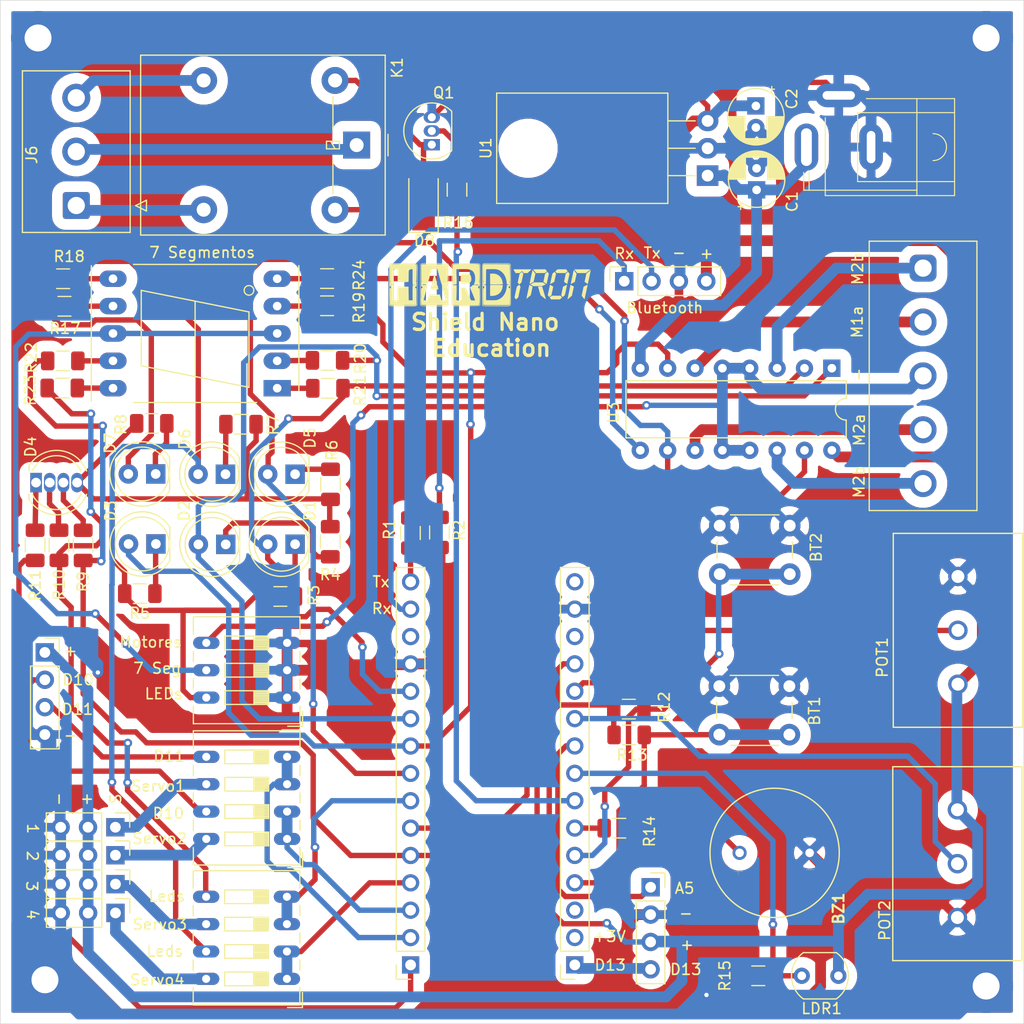
<source format=kicad_pcb>
(kicad_pcb (version 20171130) (host pcbnew "(5.1.5)-3")
  (layers (0 F.Cu signal) (31 B.Cu signal) (34 B.Paste user) (35 F.Paste user) (36 B.SilkS user) (37 F.SilkS user) (38 B.Mask user) (39 F.Mask user) (44 Edge.Cuts user))
  (net 0 "")
  (net 1 D13)
  (net 2 D12)
  (net 3 Vin)
  (net 4 D11)
  (net 5 GND)
  (net 6 D10)
  (net 7 D9)
  (net 8 +5V)
  (net 9 D8)
  (net 10 A7)
  (net 11 D7)
  (net 12 A6)
  (net 13 D6)
  (net 14 D5)
  (net 15 D4)
  (net 16 A3)
  (net 17 D3)
  (net 18 A2)
  (net 19 D2)
  (net 20 A1)
  (net 21 A0)
  (net 22 RX)
  (net 23 TX)
  (net 24 "Net-(D1-Pad1)")
  (net 25 RX-HC06)
  (net 26 I.O2)
  (net 27 I.O1)
  (net 28 P1)
  (net 29 "Net-(R17-Pad1)")
  (net 30 "Net-(R18-Pad1)")
  (net 31 "Net-(R19-Pad1)")
  (net 32 "Net-(R20-Pad1)")
  (net 33 "Net-(R21-Pad1)")
  (net 34 7seg)
  (net 35 "Net-(BZ1-Pad1)")
  (net 36 servo2)
  (net 37 servo1)
  (net 38 A4)
  (net 39 "Net-(Q1-Pad2)")
  (net 40 "Net-(D4-Pad3)")
  (net 41 "Net-(D4-Pad2)")
  (net 42 "Net-(D4-Pad1)")
  (net 43 "Net-(D5-Pad1)")
  (net 44 "Net-(D8-Pad2)")
  (net 45 PonteH)
  (net 46 "Net-(D2-Pad1)")
  (net 47 "Net-(D3-Pad1)")
  (net 48 "Net-(D6-Pad1)")
  (net 49 "Net-(D7-Pad1)")
  (net 50 A5)
  (net 51 "Net-(R22-Pad1)")
  (net 52 "Net-(R23-Pad1)")
  (net 53 "Net-(R24-Pad1)")
  (net 54 3v3)
  (net 55 "Net-(J6-Pad3)")
  (net 56 "Net-(J6-Pad2)")
  (net 57 "Net-(J6-Pad1)")
  (net 58 "Net-(J7-Pad15)")
  (net 59 "Net-(J7-Pad13)")
  (net 60 "Net-(J7-Pad3)")
  (net 61 "Net-(J8-Pad13)")
  (net 62 "Net-(J9-Pad5)")
  (net 63 "Net-(J9-Pad4)")
  (net 64 "Net-(J9-Pad2)")
  (net 65 "Net-(J9-Pad1)")
  (net 66 p4)
  (net 67 servo3)
  (net 68 servo4)
  (net 69 p5)
  (module Resistor_SMD:R_1206_3216Metric (layer F.Cu) (at 45.62348 65.25768 90)
    (fp_text reference R4 (at -3.06324 0) (layer F.SilkS))
    (fp_text value 330)
    (pad 2 smd roundrect (at 1.4 0 90) (size 1.25 1.75) (layers F.Cu F.Paste F.Mask) (roundrect_rratio 0.2) (net 28 P1))
    (pad 1 smd roundrect (at -1.4 0 90) (size 1.25 1.75) (layers F.Cu F.Paste F.Mask) (roundrect_rratio 0.2) (net 46 "Net-(D2-Pad1)"))
  )
  (module Resistor_SMD:R_1206_3216Metric (layer F.Cu) (at 40.9956 70.33768 180)
    (fp_text reference R3 (at -3.1018 0.09652 90) (layer F.SilkS))
    (fp_text value 330)
    (pad 2 smd roundrect (at 1.4 0 180) (size 1.25 1.75) (layers F.Cu F.Paste F.Mask) (roundrect_rratio 0.2) (net 28 P1))
    (pad 1 smd roundrect (at -1.4 0 180) (size 1.25 1.75) (layers F.Cu F.Paste F.Mask) (roundrect_rratio 0.2) (net 24 "Net-(D1-Pad1)"))
  )
  (module "My Components:Relay_5v-250V.10A" (layer F.Cu) (at 48.07204 28.44292 270)
    (fp_text reference K1 (at -7.16788 -3.7592 90) (layer F.SilkS))
    (fp_text value G5LE-1)
    (pad 1 thru_hole rect (at 0 0 270) (size 2.5 2.5) (drill 1.3) (layers *.Cu *.Mask) (net 56 "Net-(J6-Pad2)"))
    (pad 2 thru_hole oval (at -6 2 270) (size 2.5 2.5) (drill 1.3) (layers *.Cu *.Mask) (net 44 "Net-(D8-Pad2)"))
    (pad 3 thru_hole oval (at -6 14.2 270) (size 2.5 2.5) (drill 1.3) (layers *.Cu *.Mask) (net 55 "Net-(J6-Pad3)"))
    (pad 4 thru_hole oval (at 6 14.2 270) (size 2.5 2.5) (drill 1.3) (layers *.Cu *.Mask) (net 57 "Net-(J6-Pad1)"))
    (pad 5 thru_hole oval (at 6 2 270) (size 2.5 2.5) (drill 1.3) (layers *.Cu *.Mask) (net 8 +5V))
  )
  (module "My Components:Borne_1x3_10x15mm" (layer F.Cu) (at 17.04848 36.5506 90)
    (fp_text reference J6 (at 7.2136 0.8636 90) (layer F.SilkS))
    (fp_text value Conn_01x03)
    (pad 3 thru_hole circle (at 12.5 5 90) (size 2.6 2.6) (drill 1.6) (layers *.Cu *.Mask) (net 55 "Net-(J6-Pad3)"))
    (pad 2 thru_hole circle (at 7.5 5 90) (size 2.6 2.6) (drill 1.6) (layers *.Cu *.Mask) (net 56 "Net-(J6-Pad2)"))
    (pad 1 thru_hole roundrect (at 2.5 5 90) (size 2.5 2.5) (drill 1.6) (layers *.Cu *.Mask) (roundrect_rratio 0.104) (net 57 "Net-(J6-Pad1)"))
  )
  (module "My Components:SW_DIP_SPSTx04_Slide_9.78x12.34mm_W8.61mm_P2.54mm" (layer F.Cu) (at 37.86508 89.03592 180)
    (fp_text reference SW6 hide)
    (fp_text value SW_DIP_x04)
    (pad 8 thru_hole oval (at 3.75 -3.81 180) (size 2.44 1.12) (drill 0.75) (layers *.Cu *.Mask) (net 37 servo1))
    (pad 4 thru_hole oval (at -3.75 3.81 180) (size 2.44 1.12) (drill 0.75) (layers *.Cu *.Mask) (net 4 D11))
    (pad 7 thru_hole oval (at 3.75 -1.27 180) (size 2.44 1.12) (drill 0.75) (layers *.Cu *.Mask) (net 27 I.O1))
    (pad 3 thru_hole oval (at -3.75 1.27 180) (size 2.44 1.12) (drill 0.75) (layers *.Cu *.Mask) (net 4 D11))
    (pad 6 thru_hole oval (at 3.75 1.27 180) (size 2.44 1.12) (drill 0.75) (layers *.Cu *.Mask) (net 36 servo2))
    (pad 2 thru_hole oval (at -3.75 -1.27 180) (size 2.44 1.12) (drill 0.75) (layers *.Cu *.Mask) (net 6 D10))
    (pad 5 thru_hole oval (at 3.75 3.81 180) (size 2.44 1.12) (drill 0.75) (layers *.Cu *.Mask) (net 26 I.O2))
    (pad 1 thru_hole oval (at -3.75 -3.81 180) (size 2.44 1.12) (drill 0.75) (layers *.Cu *.Mask) (net 6 D10))
  )
  (module "My Components:SW_DIP_SPSTx03_Slide_9.78x9.8mm_W8.61mm_P2.54mm" (layer F.Cu) (at 37.86632 77.18552 180)
    (fp_text reference SW4 hide)
    (fp_text value SW_DIP_x03)
    (pad 6 thru_hole oval (at 3.75 -2.54 180) (size 2.44 1.12) (drill 0.75) (layers *.Cu *.Mask) (net 28 P1))
    (pad 3 thru_hole oval (at -3.75 2.54 180) (size 2.44 1.12) (drill 0.75) (layers *.Cu *.Mask) (net 5 GND))
    (pad 5 thru_hole oval (at 3.75 0 180) (size 2.44 1.12) (drill 0.75) (layers *.Cu *.Mask) (net 34 7seg))
    (pad 2 thru_hole oval (at -3.75 0 180) (size 2.44 1.12) (drill 0.75) (layers *.Cu *.Mask) (net 5 GND))
    (pad 4 thru_hole oval (at 3.75 2.54 180) (size 2.44 1.12) (drill 0.75) (layers *.Cu *.Mask) (net 45 PonteH))
    (pad 1 thru_hole oval (at -3.75 -2.54 180) (size 2.44 1.12) (drill 0.75) (layers *.Cu *.Mask) (net 5 GND))
  )
  (module "My Components:SW_DIP_SPSTx04_Slide_9.78x12.34mm_W8.61mm_P2.54mm" (layer F.Cu) (at 37.85108 102.02164 180)
    (fp_text reference SW1 hide)
    (fp_text value SW_DIP_x04)
    (pad 8 thru_hole oval (at 3.75 -3.81 180) (size 2.44 1.12) (drill 0.75) (layers *.Cu *.Mask) (net 68 servo4))
    (pad 4 thru_hole oval (at -3.75 3.81 180) (size 2.44 1.12) (drill 0.75) (layers *.Cu *.Mask) (net 13 D6))
    (pad 7 thru_hole oval (at 3.75 -1.27 180) (size 2.44 1.12) (drill 0.75) (layers *.Cu *.Mask) (net 66 p4))
    (pad 3 thru_hole oval (at -3.75 1.27 180) (size 2.44 1.12) (drill 0.75) (layers *.Cu *.Mask) (net 13 D6))
    (pad 6 thru_hole oval (at 3.75 1.27 180) (size 2.44 1.12) (drill 0.75) (layers *.Cu *.Mask) (net 67 servo3))
    (pad 2 thru_hole oval (at -3.75 -1.27 180) (size 2.44 1.12) (drill 0.75) (layers *.Cu *.Mask) (net 7 D9))
    (pad 5 thru_hole oval (at 3.75 3.81 180) (size 2.44 1.12) (drill 0.75) (layers *.Cu *.Mask) (net 69 p5))
    (pad 1 thru_hole oval (at -3.75 -3.81 180) (size 2.44 1.12) (drill 0.75) (layers *.Cu *.Mask) (net 7 D9))
  )
  (module Connector_PinHeader_2.54mm:PinHeader_1x03_P2.54mm_Vertical (layer F.Cu) (at 25.68832 99.71408 270)
    (fp_text reference J12 hide)
    (fp_text value Conn_01x03)
    (pad 3 thru_hole oval (at 0 5.08 270) (size 1.7 1.7) (drill 1) (layers *.Cu *.Mask) (net 5 GND))
    (pad 2 thru_hole oval (at 0 2.54 270) (size 1.7 1.7) (drill 1) (layers *.Cu *.Mask) (net 8 +5V))
    (pad 1 thru_hole rect (at 0 0 270) (size 1.7 1.7) (drill 1) (layers *.Cu *.Mask) (net 68 servo4))
  )
  (module Connector_PinHeader_2.54mm:PinHeader_1x03_P2.54mm_Vertical (layer F.Cu) (at 25.68832 97.03692 270)
    (fp_text reference J11 hide)
    (fp_text value Conn_01x03)
    (pad 3 thru_hole oval (at 0 5.08 270) (size 1.7 1.7) (drill 1) (layers *.Cu *.Mask) (net 5 GND))
    (pad 2 thru_hole oval (at 0 2.54 270) (size 1.7 1.7) (drill 1) (layers *.Cu *.Mask) (net 8 +5V))
    (pad 1 thru_hole rect (at 0 0 270) (size 1.7 1.7) (drill 1) (layers *.Cu *.Mask) (net 67 servo3))
  )
  (module "My Components:PinSocket_1x15_P2.54mm_Vertical" (layer F.Cu) (at 53.07968 104.54008 180)
    (fp_text reference J8 hide)
    (fp_text value Conn_01x15)
    (pad 15 thru_hole oval (at 0 35.56 180) (size 1.6 1.6) (drill 1) (layers *.Cu *.Mask) (net 23 TX))
    (pad 14 thru_hole oval (at 0 33.02 180) (size 1.6 1.6) (drill 1) (layers *.Cu *.Mask) (net 22 RX))
    (pad 13 thru_hole oval (at 0 30.48 180) (size 1.6 1.6) (drill 1) (layers *.Cu *.Mask) (net 61 "Net-(J8-Pad13)"))
    (pad 12 thru_hole oval (at 0 27.94 180) (size 1.6 1.6) (drill 1) (layers *.Cu *.Mask) (net 5 GND))
    (pad 11 thru_hole oval (at 0 25.4 180) (size 1.6 1.6) (drill 1) (layers *.Cu *.Mask) (net 19 D2))
    (pad 10 thru_hole oval (at 0 22.86 180) (size 1.6 1.6) (drill 1) (layers *.Cu *.Mask) (net 17 D3))
    (pad 9 thru_hole oval (at 0 20.32 180) (size 1.6 1.6) (drill 1) (layers *.Cu *.Mask) (net 15 D4))
    (pad 8 thru_hole oval (at 0 17.78 180) (size 1.6 1.6) (drill 1) (layers *.Cu *.Mask) (net 14 D5))
    (pad 7 thru_hole oval (at 0 15.24 180) (size 1.6 1.6) (drill 1) (layers *.Cu *.Mask) (net 13 D6))
    (pad 6 thru_hole oval (at 0 12.7 180) (size 1.6 1.6) (drill 1) (layers *.Cu *.Mask) (net 11 D7))
    (pad 5 thru_hole oval (at 0 10.16 180) (size 1.6 1.6) (drill 1) (layers *.Cu *.Mask) (net 9 D8))
    (pad 4 thru_hole oval (at 0 7.62 180) (size 1.6 1.6) (drill 1) (layers *.Cu *.Mask) (net 7 D9))
    (pad 3 thru_hole oval (at 0 5.08 180) (size 1.6 1.6) (drill 1) (layers *.Cu *.Mask) (net 6 D10))
    (pad 2 thru_hole oval (at 0 2.54 180) (size 1.6 1.6) (drill 1) (layers *.Cu *.Mask) (net 4 D11))
    (pad 1 thru_hole rect (at 0 0 180) (size 1.6 1.6) (drill 1) (layers *.Cu *.Mask) (net 2 D12))
  )
  (module "My Components:PinSocket_1x15_P2.54mm_Vertical" (layer F.Cu) (at 68.31968 104.535 180)
    (fp_text reference J7 hide)
    (fp_text value Conn_01x15)
    (pad 15 thru_hole oval (at 0 35.56 180) (size 1.6 1.6) (drill 1) (layers *.Cu *.Mask) (net 58 "Net-(J7-Pad15)"))
    (pad 14 thru_hole oval (at 0 33.02 180) (size 1.6 1.6) (drill 1) (layers *.Cu *.Mask) (net 5 GND))
    (pad 13 thru_hole oval (at 0 30.48 180) (size 1.6 1.6) (drill 1) (layers *.Cu *.Mask) (net 59 "Net-(J7-Pad13)"))
    (pad 12 thru_hole oval (at 0 27.94 180) (size 1.6 1.6) (drill 1) (layers *.Cu *.Mask) (net 8 +5V))
    (pad 11 thru_hole oval (at 0 25.4 180) (size 1.6 1.6) (drill 1) (layers *.Cu *.Mask) (net 10 A7))
    (pad 10 thru_hole oval (at 0 22.86 180) (size 1.6 1.6) (drill 1) (layers *.Cu *.Mask) (net 12 A6))
    (pad 9 thru_hole oval (at 0 20.32 180) (size 1.6 1.6) (drill 1) (layers *.Cu *.Mask) (net 50 A5))
    (pad 8 thru_hole oval (at 0 17.78 180) (size 1.6 1.6) (drill 1) (layers *.Cu *.Mask) (net 38 A4))
    (pad 7 thru_hole oval (at 0 15.24 180) (size 1.6 1.6) (drill 1) (layers *.Cu *.Mask) (net 16 A3))
    (pad 6 thru_hole oval (at 0 12.7 180) (size 1.6 1.6) (drill 1) (layers *.Cu *.Mask) (net 18 A2))
    (pad 5 thru_hole oval (at 0 10.16 180) (size 1.6 1.6) (drill 1) (layers *.Cu *.Mask) (net 20 A1))
    (pad 4 thru_hole oval (at 0 7.62 180) (size 1.6 1.6) (drill 1) (layers *.Cu *.Mask) (net 21 A0))
    (pad 3 thru_hole oval (at 0 5.08 180) (size 1.6 1.6) (drill 1) (layers *.Cu *.Mask) (net 60 "Net-(J7-Pad3)"))
    (pad 2 thru_hole oval (at 0 2.54 180) (size 1.6 1.6) (drill 1) (layers *.Cu *.Mask) (net 54 3v3))
    (pad 1 thru_hole rect (at 0 0 180) (size 1.6 1.6) (drill 1) (layers *.Cu *.Mask) (net 1 D13))
  )
  (module Connector_PinSocket_2.54mm:PinSocket_1x04_P2.54mm_Vertical (layer F.Cu) (at 75.35672 97.32772)
    (fp_text reference J5 hide)
    (fp_text value Conn_01x04)
    (pad 4 thru_hole oval (at 0 7.62) (size 1.7 1.7) (drill 1) (layers *.Cu *.Mask) (net 1 D13))
    (pad 3 thru_hole oval (at 0 5.08) (size 1.7 1.7) (drill 1) (layers *.Cu *.Mask) (net 8 +5V))
    (pad 2 thru_hole oval (at 0 2.54) (size 1.7 1.7) (drill 1) (layers *.Cu *.Mask) (net 5 GND))
    (pad 1 thru_hole rect (at 0 0) (size 1.7 1.7) (drill 1) (layers *.Cu *.Mask) (net 50 A5))
  )
  (module "My Components:Potenciometro" (layer F.Cu) (at 103.8352 95.13824 90)
    (fp_text reference POT2 (at -5.27304 -6.74624 270) (layer F.SilkS))
    (fp_text value 10k)
    (pad 3 thru_hole circle (at 5 0 90) (size 1.8 1.8) (drill 1.2) (layers *.Cu *.Mask) (net 8 +5V))
    (pad 2 thru_hole circle (at 0 0 90) (size 1.8 1.8) (drill 1.2) (layers *.Cu *.Mask) (net 12 A6))
    (pad 1 thru_hole circle (at -5 0 90) (size 1.8 1.8) (drill 1.2) (layers *.Cu *.Mask) (net 5 GND))
  )
  (module "My Components:Potenciometro" (layer F.Cu) (at 103.88092 73.4822 270)
    (fp_text reference POT1 (at 2.51968 7.02056 270) (layer F.SilkS))
    (fp_text value 10k)
    (pad 3 thru_hole circle (at 5 0 270) (size 1.8 1.8) (drill 1.2) (layers *.Cu *.Mask) (net 8 +5V))
    (pad 2 thru_hole circle (at 0 0 270) (size 1.8 1.8) (drill 1.2) (layers *.Cu *.Mask) (net 10 A7))
    (pad 1 thru_hole circle (at -5 0 270) (size 1.8 1.8) (drill 1.2) (layers *.Cu *.Mask) (net 5 GND))
  )
  (module LED_THT:LED_D5.0mm (layer F.Cu) (at 35.92192 65.50536 180)
    (fp_text reference D2 (at 3.84556 3.12928 270) (layer F.SilkS))
    (fp_text value LED)
    (pad 2 thru_hole circle (at 2.54 0 180) (size 1.8 1.8) (drill 0.9) (layers *.Cu *.Mask) (net 17 D3))
    (pad 1 thru_hole rect (at 0 0 180) (size 1.8 1.8) (drill 0.9) (layers *.Cu *.Mask) (net 46 "Net-(D2-Pad1)"))
  )
  (module Resistor_SMD:R_1206_3216Metric (layer F.Cu) (at 29.05376 54.27856 180)
    (fp_text reference R8 (at 2.86258 -0.09398 270) (layer F.SilkS))
    (fp_text value 330)
    (pad 2 smd roundrect (at 1.4 0 180) (size 1.25 1.75) (layers F.Cu F.Paste F.Mask) (roundrect_rratio 0.2) (net 28 P1))
    (pad 1 smd roundrect (at -1.4 0 180) (size 1.25 1.75) (layers F.Cu F.Paste F.Mask) (roundrect_rratio 0.2) (net 49 "Net-(D7-Pad1)"))
  )
  (module Resistor_SMD:R_1206_3216Metric (layer F.Cu) (at 45.6438 59.92876 270)
    (fp_text reference R6 (at -3.15722 -0.13462 270) (layer F.SilkS))
    (fp_text value 330)
    (pad 2 smd roundrect (at 1.4 0 270) (size 1.25 1.75) (layers F.Cu F.Paste F.Mask) (roundrect_rratio 0.2) (net 28 P1))
    (pad 1 smd roundrect (at -1.4 0 270) (size 1.25 1.75) (layers F.Cu F.Paste F.Mask) (roundrect_rratio 0.2) (net 43 "Net-(D5-Pad1)"))
  )
  (module Resistor_SMD:R_1206_3216Metric (layer F.Cu) (at 27.94508 70.07352 180)
    (fp_text reference R5 (at 0 -1.82) (layer F.SilkS))
    (fp_text value 330)
    (pad 2 smd roundrect (at 1.4 0 180) (size 1.25 1.75) (layers F.Cu F.Paste F.Mask) (roundrect_rratio 0.2) (net 28 P1))
    (pad 1 smd roundrect (at -1.4 0 180) (size 1.25 1.75) (layers F.Cu F.Paste F.Mask) (roundrect_rratio 0.2) (net 47 "Net-(D3-Pad1)"))
  )
  (module Package_DIP:DIP-16_W7.62mm (layer F.Cu) (at 92.18044 49.15284 270)
    (fp_text reference U3 (at 4.1148 20.27936 90) (layer F.SilkS))
    (fp_text value L293D)
    (pad 16 thru_hole oval (at 7.62 0 270) (size 1.6 1.6) (drill 0.8) (layers *.Cu *.Mask) (net 8 +5V))
    (pad 8 thru_hole oval (at 0 17.78 270) (size 1.6 1.6) (drill 0.8) (layers *.Cu *.Mask) (net 3 Vin))
    (pad 15 thru_hole oval (at 7.62 2.54 270) (size 1.6 1.6) (drill 0.8) (layers *.Cu *.Mask) (net 9 D8))
    (pad 7 thru_hole oval (at 0 15.24 270) (size 1.6 1.6) (drill 0.8) (layers *.Cu *.Mask) (net 15 D4))
    (pad 14 thru_hole oval (at 7.62 5.08 270) (size 1.6 1.6) (drill 0.8) (layers *.Cu *.Mask) (net 62 "Net-(J9-Pad5)"))
    (pad 6 thru_hole oval (at 0 12.7 270) (size 1.6 1.6) (drill 0.8) (layers *.Cu *.Mask) (net 64 "Net-(J9-Pad2)"))
    (pad 13 thru_hole oval (at 7.62 7.62 270) (size 1.6 1.6) (drill 0.8) (layers *.Cu *.Mask) (net 45 PonteH))
    (pad 5 thru_hole oval (at 0 10.16 270) (size 1.6 1.6) (drill 0.8) (layers *.Cu *.Mask) (net 45 PonteH))
    (pad 12 thru_hole oval (at 7.62 10.16 270) (size 1.6 1.6) (drill 0.8) (layers *.Cu *.Mask) (net 45 PonteH))
    (pad 4 thru_hole oval (at 0 7.62 270) (size 1.6 1.6) (drill 0.8) (layers *.Cu *.Mask) (net 45 PonteH))
    (pad 11 thru_hole oval (at 7.62 12.7 270) (size 1.6 1.6) (drill 0.8) (layers *.Cu *.Mask) (net 63 "Net-(J9-Pad4)"))
    (pad 3 thru_hole oval (at 0 5.08 270) (size 1.6 1.6) (drill 0.8) (layers *.Cu *.Mask) (net 65 "Net-(J9-Pad1)"))
    (pad 10 thru_hole oval (at 7.62 15.24 270) (size 1.6 1.6) (drill 0.8) (layers *.Cu *.Mask) (net 11 D7))
    (pad 2 thru_hole oval (at 0 2.54 270) (size 1.6 1.6) (drill 0.8) (layers *.Cu *.Mask) (net 19 D2))
    (pad 9 thru_hole oval (at 7.62 17.78 270) (size 1.6 1.6) (drill 0.8) (layers *.Cu *.Mask) (net 14 D5))
    (pad 1 thru_hole rect (at 0 0 270) (size 1.6 1.6) (drill 0.8) (layers *.Cu *.Mask) (net 17 D3))
  )
  (module "My Components:SPC4078" (layer F.Cu) (at 92.82052 28.62964 180)
    (fp_text reference J1 hide)
    (fp_text value RAPC712)
    (pad 3 thru_hole oval (at 3 0 180) (size 2.1844 4.3688) (drill oval 1 3.5) (layers *.Cu *.Mask) (net 3 Vin))
    (pad 1 thru_hole oval (at -3 0 180) (size 2.1844 4.3688) (drill oval 0.8 3) (layers *.Cu *.Mask) (net 5 GND))
    (pad 2 thru_hole oval (at 0 4.8 180) (size 4.3688 2.1844) (drill oval 3 0.8) (layers *.Cu *.Mask) (net 5 GND))
  )
  (module "My Components:Borne_1x5_10x25mm" (layer F.Cu) (at 105.64752 37.36216 270)
    (fp_text reference J9 hide)
    (fp_text value Conn_01x05)
    (pad 5 thru_hole circle (at 22.5 5 270) (size 2.5 2.5) (drill 1.6) (layers *.Cu *.Mask) (net 62 "Net-(J9-Pad5)"))
    (pad 4 thru_hole circle (at 17.5 5 270) (size 2.5 2.5) (drill 1.6) (layers *.Cu *.Mask) (net 63 "Net-(J9-Pad4)"))
    (pad 3 thru_hole circle (at 12.5 5 270) (size 2.5 2.5) (drill 1.6) (layers *.Cu *.Mask) (net 45 PonteH))
    (pad 2 thru_hole circle (at 7.5 5 270) (size 2.5 2.5) (drill 1.6) (layers *.Cu *.Mask) (net 64 "Net-(J9-Pad2)"))
    (pad 1 thru_hole roundrect (at 2.5 5 270) (size 2.5 2.5) (drill oval 1.6) (layers *.Cu *.Mask) (net 65 "Net-(J9-Pad1)"))
  )
  (module Package_TO_SOT_THT:TO-220-3_Horizontal_TabDown (layer F.Cu) (at 80.64884 31.27632 90)
    (fp_text reference U1 (at 2.54 -20.58 90) (layer F.SilkS))
    (fp_text value uA7805)
    (pad "" np_thru_hole oval (at 2.54 -16.66 90) (size 3.5 3.5) (drill 3.5) (layers *.Cu *.Mask))
    (pad 1 thru_hole rect (at 0 0 90) (size 1.905 2) (drill 1.1) (layers *.Cu *.Mask) (net 3 Vin))
    (pad 2 thru_hole oval (at 2.54 0 90) (size 1.905 2) (drill 1.1) (layers *.Cu *.Mask) (net 5 GND))
    (pad 3 thru_hole oval (at 5.08 0 90) (size 1.905 2) (drill 1.1) (layers *.Cu *.Mask) (net 8 +5V))
  )
  (module Button_Switch_THT:SW_PUSH_6mm_H5mm (layer F.Cu) (at 81.77276 63.76416)
    (fp_text reference BT2 (at 8.95096 2.02692 -90) (layer F.SilkS))
    (fp_text value SW_Push)
    (pad 1 thru_hole circle (at 6.5 0 90) (size 2 2) (drill 1.1) (layers *.Cu *.Mask) (net 5 GND))
    (pad 2 thru_hole circle (at 6.5 4.5 90) (size 2 2) (drill 1.1) (layers *.Cu *.Mask) (net 20 A1))
    (pad 1 thru_hole circle (at 0 0 90) (size 2 2) (drill 1.1) (layers *.Cu *.Mask) (net 5 GND))
    (pad 2 thru_hole circle (at 0 4.5 90) (size 2 2) (drill 1.1) (layers *.Cu *.Mask) (net 20 A1))
  )
  (module Button_Switch_THT:SW_PUSH_6mm_H5mm (layer F.Cu) (at 81.7372 78.6638)
    (fp_text reference BT1 (at 8.82904 2.30632 -90) (layer F.SilkS))
    (fp_text value SW_Push)
    (pad 1 thru_hole circle (at 6.5 0 90) (size 2 2) (drill 1.1) (layers *.Cu *.Mask) (net 5 GND))
    (pad 2 thru_hole circle (at 6.5 4.5 90) (size 2 2) (drill 1.1) (layers *.Cu *.Mask) (net 21 A0))
    (pad 1 thru_hole circle (at 0 0 90) (size 2 2) (drill 1.1) (layers *.Cu *.Mask) (net 5 GND))
    (pad 2 thru_hole circle (at 0 4.5 90) (size 2 2) (drill 1.1) (layers *.Cu *.Mask) (net 21 A0))
  )
  (module Resistor_SMD:R_1206_3216Metric (layer F.Cu) (at 53.06444 64.44872 270)
    (fp_text reference R1 (at -0.35052 1.96088 270) (layer F.SilkS))
    (fp_text value 1k)
    (pad 2 smd roundrect (at 1.4 0 270) (size 1.25 1.75) (layers F.Cu F.Paste F.Mask) (roundrect_rratio 0.2) (net 23 TX))
    (pad 1 smd roundrect (at -1.4 0 270) (size 1.25 1.75) (layers F.Cu F.Paste F.Mask) (roundrect_rratio 0.2) (net 25 RX-HC06))
  )
  (module Resistor_SMD:R_1206_3216Metric (layer F.Cu) (at 55.75684 64.39792 90)
    (fp_text reference R2 (at 0.19812 1.82372 270) (layer F.SilkS))
    (fp_text value 2k)
    (pad 2 smd roundrect (at 1.4 0 90) (size 1.25 1.75) (layers F.Cu F.Paste F.Mask) (roundrect_rratio 0.2) (net 25 RX-HC06))
    (pad 1 smd roundrect (at -1.4 0 90) (size 1.25 1.75) (layers F.Cu F.Paste F.Mask) (roundrect_rratio 0.2) (net 5 GND))
  )
  (module Connector_PinSocket_2.54mm:PinSocket_1x04_P2.54mm_Vertical (layer F.Cu) (at 72.90692 41.07564 90)
    (fp_text reference J10 hide)
    (fp_text value Conn_01x04)
    (pad 4 thru_hole oval (at 0 7.62 90) (size 1.7 1.7) (drill 1) (layers *.Cu *.Mask) (net 8 +5V))
    (pad 3 thru_hole oval (at 0 5.08 90) (size 1.7 1.7) (drill 1) (layers *.Cu *.Mask) (net 5 GND))
    (pad 2 thru_hole oval (at 0 2.54 90) (size 1.7 1.7) (drill 1) (layers *.Cu *.Mask) (net 22 RX))
    (pad 1 thru_hole rect (at 0 0 90) (size 1.7 1.7) (drill 1) (layers *.Cu *.Mask) (net 25 RX-HC06))
  )
  (module "My Components:Buzzer" (layer F.Cu) (at 86.868 94.13748)
    (fp_text reference BZ1 (at 5.93852 5.17144 270) (layer F.SilkS) (effects (font (size 1.001346 1.001346) (thickness 0.2))))
    (fp_text value Buzzer)
    (fp_text user + (at -3.36296 1.60528 180) (layer F.SilkS) (effects (font (size 1.002 1.002) (thickness 0.015))))
    (fp_text user - (at 3.30708 1.4986 180) (layer F.SilkS) (effects (font (size 1.001567 1.001567) (thickness 0.015))))
    (pad 1 thru_hole circle (at -3.25 0) (size 1.308 1.308) (drill 0.8) (layers *.Cu *.Mask) (net 35 "Net-(BZ1-Pad1)"))
    (pad 2 thru_hole circle (at 3.25 0) (size 1.308 1.308) (drill 0.8) (layers *.Cu *.Mask) (net 5 GND))
  )
  (module "My Components:HardTron" (layer F.Cu) (at 60.53074 41.3893)
    (fp_text reference G*** hide)
    (fp_text value LOGO hide)
  )
  (module Display_7Segment:7SegmentLED_LTS6760_LTS6780 (layer F.Cu) (at 40.69712 51.00704 180)
    (fp_text reference U2 hide)
    (fp_text value SM420561N)
    (pad 1 thru_hole rect (at 0 0 90) (size 1.524 2.524) (drill 0.8) (layers *.Cu *.Mask) (net 33 "Net-(R21-Pad1)"))
    (pad 2 thru_hole oval (at 0 2.54 90) (size 1.524 2.524) (drill 0.8) (layers *.Cu *.Mask) (net 32 "Net-(R20-Pad1)"))
    (pad 3 thru_hole oval (at 0 5.08 90) (size 1.524 2.524) (drill 0.8) (layers *.Cu *.Mask) (net 34 7seg))
    (pad 4 thru_hole oval (at 0 7.62 90) (size 1.524 2.524) (drill 0.8) (layers *.Cu *.Mask) (net 31 "Net-(R19-Pad1)"))
    (pad 5 thru_hole oval (at 0 10.16 90) (size 1.524 2.524) (drill 0.8) (layers *.Cu *.Mask) (net 53 "Net-(R24-Pad1)"))
    (pad 6 thru_hole oval (at 15.24 10.16 90) (size 1.524 2.524) (drill 0.8) (layers *.Cu *.Mask) (net 30 "Net-(R18-Pad1)"))
    (pad 7 thru_hole oval (at 15.24 7.62 90) (size 1.524 2.524) (drill 0.8) (layers *.Cu *.Mask) (net 29 "Net-(R17-Pad1)"))
    (pad 8 thru_hole oval (at 15.24 5.08 90) (size 1.524 2.524) (drill 0.8) (layers *.Cu *.Mask) (net 34 7seg))
    (pad 9 thru_hole oval (at 15.24 2.54 90) (size 1.524 2.524) (drill 0.8) (layers *.Cu *.Mask) (net 51 "Net-(R22-Pad1)"))
    (pad 10 thru_hole oval (at 15.24 0 90) (size 1.524 2.524) (drill 0.8) (layers *.Cu *.Mask) (net 52 "Net-(R23-Pad1)"))
  )
  (module Resistor_SMD:R_1206_3216Metric (layer F.Cu) (at 45.33008 40.8318)
    (fp_text reference R24 (at 2.96164 -0.32512 90) (layer F.SilkS))
    (fp_text value 330)
    (pad 2 smd roundrect (at 1.4 0) (size 1.25 1.75) (layers F.Cu F.Paste F.Mask) (roundrect_rratio 0.2) (net 14 D5))
    (pad 1 smd roundrect (at -1.4 0) (size 1.25 1.75) (layers F.Cu F.Paste F.Mask) (roundrect_rratio 0.2) (net 53 "Net-(R24-Pad1)"))
  )
  (module Resistor_SMD:R_1206_3216Metric (layer F.Cu) (at 20.74796 50.9918 180)
    (fp_text reference R23 (at 2.96164 -0.20828 90) (layer F.SilkS))
    (fp_text value 330)
    (pad 2 smd roundrect (at 1.4 0 180) (size 1.25 1.75) (layers F.Cu F.Paste F.Mask) (roundrect_rratio 0.2) (net 69 p5))
    (pad 1 smd roundrect (at -1.4 0 180) (size 1.25 1.75) (layers F.Cu F.Paste F.Mask) (roundrect_rratio 0.2) (net 52 "Net-(R23-Pad1)"))
  )
  (module Resistor_SMD:R_1206_3216Metric (layer F.Cu) (at 20.79368 48.47212 180)
    (fp_text reference R22 (at 2.93116 0.29464 90) (layer F.SilkS))
    (fp_text value 330)
    (pad 2 smd roundrect (at 1.4 0 180) (size 1.25 1.75) (layers F.Cu F.Paste F.Mask) (roundrect_rratio 0.2) (net 9 D8))
    (pad 1 smd roundrect (at -1.4 0 180) (size 1.25 1.75) (layers F.Cu F.Paste F.Mask) (roundrect_rratio 0.2) (net 51 "Net-(R22-Pad1)"))
  )
  (module Resistor_SMD:R_1206_3216Metric (layer F.Cu) (at 45.4012 51.0172)
    (fp_text reference R21 (at 2.99212 0.20828 90) (layer F.SilkS))
    (fp_text value 330)
    (pad 2 smd roundrect (at 1.4 0) (size 1.25 1.75) (layers F.Cu F.Paste F.Mask) (roundrect_rratio 0.2) (net 19 D2))
    (pad 1 smd roundrect (at -1.4 0) (size 1.25 1.75) (layers F.Cu F.Paste F.Mask) (roundrect_rratio 0.2) (net 33 "Net-(R21-Pad1)"))
  )
  (module Resistor_SMD:R_1206_3216Metric (layer F.Cu) (at 45.37072 48.42132)
    (fp_text reference R20 (at 3.048 -0.16764 90) (layer F.SilkS))
    (fp_text value 330)
    (pad 2 smd roundrect (at 1.4 0) (size 1.25 1.75) (layers F.Cu F.Paste F.Mask) (roundrect_rratio 0.2) (net 17 D3))
    (pad 1 smd roundrect (at -1.4 0) (size 1.25 1.75) (layers F.Cu F.Paste F.Mask) (roundrect_rratio 0.2) (net 32 "Net-(R20-Pad1)"))
  )
  (module Resistor_SMD:R_1206_3216Metric (layer F.Cu) (at 45.33008 43.35656)
    (fp_text reference R19 (at 2.96164 0.17272 90) (layer F.SilkS))
    (fp_text value 330)
    (pad 2 smd roundrect (at 1.4 0) (size 1.25 1.75) (layers F.Cu F.Paste F.Mask) (roundrect_rratio 0.2) (net 15 D4))
    (pad 1 smd roundrect (at -1.4 0) (size 1.25 1.75) (layers F.Cu F.Paste F.Mask) (roundrect_rratio 0.2) (net 31 "Net-(R19-Pad1)"))
  )
  (module Resistor_SMD:R_1206_3216Metric (layer F.Cu) (at 20.82924 40.84704 180)
    (fp_text reference R18 (at -0.56388 2.06756) (layer F.SilkS))
    (fp_text value 330)
    (pad 2 smd roundrect (at 1.4 0 180) (size 1.25 1.75) (layers F.Cu F.Paste F.Mask) (roundrect_rratio 0.2) (net 66 p4))
    (pad 1 smd roundrect (at -1.4 0 180) (size 1.25 1.75) (layers F.Cu F.Paste F.Mask) (roundrect_rratio 0.2) (net 30 "Net-(R18-Pad1)"))
  )
  (module Resistor_SMD:R_1206_3216Metric (layer F.Cu) (at 20.95116 43.40228 180)
    (fp_text reference R17 (at -0.03556 -2.0574) (layer F.SilkS))
    (fp_text value 330)
    (pad 2 smd roundrect (at 1.4 0 180) (size 1.25 1.75) (layers F.Cu F.Paste F.Mask) (roundrect_rratio 0.2) (net 11 D7))
    (pad 1 smd roundrect (at -1.4 0 180) (size 1.25 1.75) (layers F.Cu F.Paste F.Mask) (roundrect_rratio 0.2) (net 29 "Net-(R17-Pad1)"))
  )
  (module Resistor_SMD:R_1206_3216Metric (layer F.Cu) (at 85.34908 105.54716)
    (fp_text reference R15 (at -3.0988 0 90) (layer F.SilkS))
    (fp_text value 10k)
    (pad 2 smd roundrect (at 1.4 0) (size 1.25 1.75) (layers F.Cu F.Paste F.Mask) (roundrect_rratio 0.2) (net 38 A4))
    (pad 1 smd roundrect (at -1.4 0) (size 1.25 1.75) (layers F.Cu F.Paste F.Mask) (roundrect_rratio 0.2) (net 5 GND))
  )
  (module OptoDevice:R_LDR_5.1x4.3mm_P3.4mm_Vertical (layer F.Cu) (at 89.38768 105.54716)
    (fp_text reference LDR1 (at 1.84404 3.04292) (layer F.SilkS))
    (fp_text value LDR07)
    (pad 2 thru_hole circle (at 3.4 0) (size 1.5 1.5) (drill 0.8) (layers *.Cu *.Mask) (net 8 +5V))
    (pad 1 thru_hole circle (at 0 0) (size 1.5 1.5) (drill 0.8) (layers *.Cu *.Mask) (net 38 A4))
  )
  (module Resistor_SMD:R_1206_3216Metric (layer F.Cu) (at 37.33416 54.35476)
    (fp_text reference R7 (at 2.99212 0.05588 90) (layer F.SilkS))
    (fp_text value 330)
    (pad 2 smd roundrect (at 1.4 0) (size 1.25 1.75) (layers F.Cu F.Paste F.Mask) (roundrect_rratio 0.2) (net 28 P1))
    (pad 1 smd roundrect (at -1.4 0) (size 1.25 1.75) (layers F.Cu F.Paste F.Mask) (roundrect_rratio 0.2) (net 48 "Net-(D6-Pad1)"))
  )
  (module Resistor_SMD:R_1206_3216Metric (layer F.Cu) (at 57.38752 32.58188 270)
    (fp_text reference R16 (at 3.06832 -0.10668 180) (layer F.SilkS))
    (fp_text value 1k)
    (pad 2 smd roundrect (at 1.4 0 270) (size 1.25 1.75) (layers F.Cu F.Paste F.Mask) (roundrect_rratio 0.2) (net 16 A3))
    (pad 1 smd roundrect (at -1.4 0 270) (size 1.25 1.75) (layers F.Cu F.Paste F.Mask) (roundrect_rratio 0.2) (net 39 "Net-(Q1-Pad2)"))
  )
  (module Resistor_SMD:R_1206_3216Metric (layer F.Cu) (at 72.44588 91.8464)
    (fp_text reference R14 (at 2.80416 0.30988 270) (layer F.SilkS))
    (fp_text value 100)
    (pad 2 smd roundrect (at 1.4 0) (size 1.25 1.75) (layers F.Cu F.Paste F.Mask) (roundrect_rratio 0.2) (net 35 "Net-(BZ1-Pad1)"))
    (pad 1 smd roundrect (at -1.4 0) (size 1.25 1.75) (layers F.Cu F.Paste F.Mask) (roundrect_rratio 0.2) (net 18 A2))
  )
  (module Resistor_SMD:R_1206_3216Metric (layer F.Cu) (at 18.22828 65.59172 270)
    (fp_text reference R11 (at 3.72872 0 270) (layer F.SilkS))
    (fp_text value 330)
    (pad 2 smd roundrect (at 1.4 0 270) (size 1.25 1.75) (layers F.Cu F.Paste F.Mask) (roundrect_rratio 0.2) (net 2 D12))
    (pad 1 smd roundrect (at -1.4 0 270) (size 1.25 1.75) (layers F.Cu F.Paste F.Mask) (roundrect_rratio 0.2) (net 42 "Net-(D4-Pad1)"))
  )
  (module Resistor_SMD:R_1206_3216Metric (layer F.Cu) (at 20.44316 65.58664 270)
    (fp_text reference R10 (at 3.6576 -0.02032 90) (layer F.SilkS))
    (fp_text value 330)
    (pad 2 smd roundrect (at 1.4 0 270) (size 1.25 1.75) (layers F.Cu F.Paste F.Mask) (roundrect_rratio 0.2) (net 69 p5))
    (pad 1 smd roundrect (at -1.4 0 270) (size 1.25 1.75) (layers F.Cu F.Paste F.Mask) (roundrect_rratio 0.2) (net 41 "Net-(D4-Pad2)"))
  )
  (module Resistor_SMD:R_1206_3216Metric (layer F.Cu) (at 22.68852 65.5968 270)
    (fp_text reference R9 (at 3.36804 0.01524 270) (layer F.SilkS))
    (fp_text value 330)
    (pad 2 smd roundrect (at 1.4 0 270) (size 1.25 1.75) (layers F.Cu F.Paste F.Mask) (roundrect_rratio 0.2) (net 9 D8))
    (pad 1 smd roundrect (at -1.4 0 270) (size 1.25 1.75) (layers F.Cu F.Paste F.Mask) (roundrect_rratio 0.2) (net 40 "Net-(D4-Pad3)"))
  )
  (module Resistor_SMD:R_1206_3216Metric (layer F.Cu) (at 73.33612 80.79356)
    (fp_text reference R13 (at 0.29848 4.26596 180) (layer F.SilkS))
    (fp_text value 10k)
    (pad 2 smd roundrect (at 1.4 0) (size 1.25 1.75) (layers F.Cu F.Paste F.Mask) (roundrect_rratio 0.2) (net 20 A1))
    (pad 1 smd roundrect (at -1.4 0) (size 1.25 1.75) (layers F.Cu F.Paste F.Mask) (roundrect_rratio 0.2) (net 8 +5V))
  )
  (module Resistor_SMD:R_1206_3216Metric (layer F.Cu) (at 73.3666 83.18624)
    (fp_text reference R12 (at 3.25504 -2.57172 90) (layer F.SilkS))
    (fp_text value 10k)
    (pad 2 smd roundrect (at 1.4 0) (size 1.25 1.75) (layers F.Cu F.Paste F.Mask) (roundrect_rratio 0.2) (net 21 A0))
    (pad 1 smd roundrect (at -1.4 0) (size 1.25 1.75) (layers F.Cu F.Paste F.Mask) (roundrect_rratio 0.2) (net 8 +5V))
  )
  (module Package_TO_SOT_THT:TO-92_Inline (layer F.Cu) (at 55.04688 28.40228 90)
    (fp_text reference Q1 (at 4.81076 1.10744 180) (layer F.SilkS))
    (fp_text value BC547)
    (pad 1 thru_hole rect (at 0 0 90) (size 1.05 1.5) (drill 0.75) (layers *.Cu *.Mask) (net 44 "Net-(D8-Pad2)"))
    (pad 3 thru_hole oval (at 2.54 0 90) (size 1.05 1.5) (drill 0.75) (layers *.Cu *.Mask) (net 5 GND))
    (pad 2 thru_hole oval (at 1.27 0 90) (size 1.05 1.5) (drill 0.75) (layers *.Cu *.Mask) (net 39 "Net-(Q1-Pad2)"))
  )
  (module Connector_PinHeader_2.54mm:PinHeader_1x03_P2.54mm_Vertical (layer F.Cu) (at 25.68324 94.35468 270)
    (fp_text reference J3 hide)
    (fp_text value Conn_01x03)
    (pad 3 thru_hole oval (at 0 5.08 270) (size 1.7 1.7) (drill 1) (layers *.Cu *.Mask) (net 5 GND))
    (pad 2 thru_hole oval (at 0 2.54 270) (size 1.7 1.7) (drill 1) (layers *.Cu *.Mask) (net 8 +5V))
    (pad 1 thru_hole rect (at 0 0 270) (size 1.7 1.7) (drill 1) (layers *.Cu *.Mask) (net 37 servo1))
  )
  (module Connector_PinSocket_2.54mm:PinSocket_1x04_P2.54mm_Vertical (layer F.Cu) (at 19.13128 75.53198)
    (fp_text reference J2 hide)
    (fp_text value Conn_01x04)
    (pad 4 thru_hole oval (at 0 7.62) (size 1.7 1.7) (drill 1) (layers *.Cu *.Mask) (net 5 GND))
    (pad 3 thru_hole oval (at 0 5.08) (size 1.7 1.7) (drill 1) (layers *.Cu *.Mask) (net 26 I.O2))
    (pad 2 thru_hole oval (at 0 2.54) (size 1.7 1.7) (drill 1) (layers *.Cu *.Mask) (net 27 I.O1))
    (pad 1 thru_hole rect (at 0 0) (size 1.7 1.7) (drill 1) (layers *.Cu *.Mask) (net 8 +5V))
  )
  (module Connector_PinHeader_2.54mm:PinHeader_1x03_P2.54mm_Vertical (layer F.Cu) (at 25.67816 91.7588 270)
    (fp_text reference J4 hide)
    (fp_text value Conn_01x03)
    (pad 3 thru_hole oval (at 0 5.08 270) (size 1.7 1.7) (drill 1) (layers *.Cu *.Mask) (net 5 GND))
    (pad 2 thru_hole oval (at 0 2.54 270) (size 1.7 1.7) (drill 1) (layers *.Cu *.Mask) (net 8 +5V))
    (pad 1 thru_hole rect (at 0 0 270) (size 1.7 1.7) (drill 1) (layers *.Cu *.Mask) (net 36 servo2))
  )
  (module LED_THT:LED_D5.0mm (layer F.Cu) (at 29.41952 58.9674 180)
    (fp_text reference D7 (at 4.23164 2.85496 270) (layer F.SilkS))
    (fp_text value LED)
    (pad 2 thru_hole circle (at 2.54 0 180) (size 1.8 1.8) (drill 0.9) (layers *.Cu *.Mask) (net 11 D7))
    (pad 1 thru_hole rect (at 0 0 180) (size 1.8 1.8) (drill 0.9) (layers *.Cu *.Mask) (net 49 "Net-(D7-Pad1)"))
  )
  (module LED_THT:LED_D5.0mm (layer F.Cu) (at 35.89652 58.98772 180)
    (fp_text reference D6 (at 3.77444 3.25628 90) (layer F.SilkS))
    (fp_text value LED)
    (pad 2 thru_hole circle (at 2.54 0 180) (size 1.8 1.8) (drill 0.9) (layers *.Cu *.Mask) (net 66 p4))
    (pad 1 thru_hole rect (at 0 0 180) (size 1.8 1.8) (drill 0.9) (layers *.Cu *.Mask) (net 48 "Net-(D6-Pad1)"))
  )
  (module LED_THT:LED_D5.0mm (layer F.Cu) (at 42.35828 58.98772 180)
    (fp_text reference D5 (at -1.3843 3.35788 270) (layer F.SilkS))
    (fp_text value LED)
    (pad 2 thru_hole circle (at 2.54 0 180) (size 1.8 1.8) (drill 0.9) (layers *.Cu *.Mask) (net 14 D5))
    (pad 1 thru_hole rect (at 0 0 180) (size 1.8 1.8) (drill 0.9) (layers *.Cu *.Mask) (net 43 "Net-(D5-Pad1)"))
  )
  (module Diode_SMD:D_SOD-128 (layer F.Cu) (at 54.27856 33.46072 90)
    (fp_text reference D8 (at -3.86588 0.08128 180) (layer F.SilkS))
    (fp_text value 1N4007)
    (pad 2 smd rect (at 2.2 0 90) (size 1.4 2.1) (layers F.Cu F.Paste F.Mask) (net 44 "Net-(D8-Pad2)"))
    (pad 1 smd rect (at -2.2 0 90) (size 1.4 2.1) (layers F.Cu F.Paste F.Mask) (net 8 +5V))
  )
  (module LED_THT:LED_D5.0mm (layer F.Cu) (at 29.43984 65.46472 180)
    (fp_text reference D3 (at 4.20116 3.0734 270) (layer F.SilkS))
    (fp_text value LED)
    (pad 2 thru_hole circle (at 2.54 0 180) (size 1.8 1.8) (drill 0.9) (layers *.Cu *.Mask) (net 15 D4))
    (pad 1 thru_hole rect (at 0 0 180) (size 1.8 1.8) (drill 0.9) (layers *.Cu *.Mask) (net 47 "Net-(D3-Pad1)"))
  )
  (module LED_THT:LED_D5.0mm-4_RGB (layer F.Cu) (at 18.31464 59.77004)
    (fp_text reference D4 (at -0.50292 -3.3274 270) (layer F.SilkS))
    (fp_text value LED_RGBC)
    (pad 4 thru_hole oval (at 3.81 0) (size 1.07 1.8) (drill 0.9) (layers *.Cu *.Mask) (net 28 P1))
    (pad 3 thru_hole oval (at 2.54 0) (size 1.07 1.8) (drill 0.9) (layers *.Cu *.Mask) (net 40 "Net-(D4-Pad3)"))
    (pad 2 thru_hole oval (at 1.27 0) (size 1.07 1.8) (drill 0.9) (layers *.Cu *.Mask) (net 41 "Net-(D4-Pad2)"))
    (pad 1 thru_hole rect (at 0 0) (size 1.07 1.8) (drill 0.9) (layers *.Cu *.Mask) (net 42 "Net-(D4-Pad1)"))
  )
  (module LED_THT:LED_D5.0mm (layer F.Cu) (at 42.35828 65.48504 180)
    (fp_text reference D1 (at -1.36144 3.1242 270) (layer F.SilkS))
    (fp_text value LED)
    (pad 2 thru_hole circle (at 2.54 0 180) (size 1.8 1.8) (drill 0.9) (layers *.Cu *.Mask) (net 19 D2))
    (pad 1 thru_hole rect (at 0 0 180) (size 1.8 1.8) (drill 0.9) (layers *.Cu *.Mask) (net 24 "Net-(D1-Pad1)"))
  )
  (module Capacitor_THT:CP_Radial_D5.0mm_P2.00mm (layer F.Cu) (at 85.1294 24.80948 270)
    (fp_text reference C2 (at -0.65532 -3.33248 90) (layer F.SilkS))
    (fp_text value 100uF)
    (pad 2 thru_hole circle (at 2 0 270) (size 1.6 1.6) (drill 0.8) (layers *.Cu *.Mask) (net 5 GND))
    (pad 1 thru_hole rect (at 0 0 270) (size 1.6 1.6) (drill 0.8) (layers *.Cu *.Mask) (net 8 +5V))
  )
  (module Capacitor_THT:CP_Radial_D5.0mm_P2.00mm (layer F.Cu) (at 85.19544 32.6022 90)
    (fp_text reference C1 (at -1.08712 3.29692 270) (layer F.SilkS))
    (fp_text value 100uF)
    (pad 2 thru_hole circle (at 2 0 90) (size 1.6 1.6) (drill 0.8) (layers *.Cu *.Mask) (net 5 GND))
    (pad 1 thru_hole rect (at 0 0 90) (size 1.6 1.6) (drill 0.8) (layers *.Cu *.Mask) (net 3 Vin))
  )
  (gr_text - (at 21.5138 83.21294) (layer F.SilkS) (effects (font (size 1 1))))
  (gr_text "D11\n" (at 22.1615 80.81264) (layer F.SilkS) (effects (font (size 1 1))))
  (gr_text "D10\n" (at 22.21484 78.06436) (layer F.SilkS) (effects (font (size 1 1))))
  (gr_text + (at 21.5138 75.36942) (layer F.SilkS) (effects (font (size 1 1))))
  (gr_text "Shield Nano \nEducation" (at 60.57392 46.08322) (layer F.SilkS) (effects (font (size 1.5 1.5) (thickness 0.3))))
  (gr_text Rx (at 50.38852 71.45782) (layer F.SilkS) (effects (font (size 1 1))))
  (gr_text Tx (at 50.33264 68.97878) (layer F.SilkS) (effects (font (size 1 1))))
  (gr_text LEDs (at 30.16758 79.37246) (layer F.SilkS) (effects (font (size 1 1))))
  (gr_text "7 Seg" (at 29.56052 77.00518) (layer F.SilkS) (effects (font (size 1 1))))
  (gr_text Motores (at 28.95346 74.5744) (layer F.SilkS) (effects (font (size 1 1))))
  (gr_text - (at 94.63278 49.74082 90) (layer F.SilkS) (effects (font (size 1 1))))
  (gr_line (start 15.00124 110.00232) (end 110 110) (layer Edge.Cuts) (width 0.05))
  (gr_text Leds (at 30.4546 98.17608) (layer F.SilkS) (effects (font (size 1 1))))
  (gr_text "Servo3\n" (at 29.80436 100.78212) (layer F.SilkS) (effects (font (size 1 1))))
  (gr_text "Leds\n" (at 30.2768 103.26624) (layer F.SilkS) (effects (font (size 1 1))))
  (gr_text "Servo4\n\n" (at 29.57068 106.73588) (layer F.SilkS) (effects (font (size 1 1))))
  (gr_text "4\n" (at 17.98196 99.86648 270) (layer F.SilkS) (effects (font (size 1 1))))
  (gr_text "3\n" (at 17.921 97.22996 270) (layer F.SilkS) (effects (font (size 1 1))))
  (gr_text "+3V\n" (at 71.5264 101.89464) (layer F.SilkS) (effects (font (size 1 1))))
  (gr_text "D13\n" (at 71.60768 104.55148) (layer F.SilkS) (effects (font (size 1 1))))
  (gr_text "M2b\n" (at 94.57312 39.92248 90) (layer F.SilkS) (effects (font (size 1 1))))
  (gr_text "M1a\n" (at 94.5274 44.86024 90) (layer F.SilkS) (effects (font (size 1 1))))
  (gr_text "M2b\n" (at 94.7052 59.704 90) (layer F.SilkS) (effects (font (size 1 1))))
  (gr_text "M2a\n" (at 94.7306 54.878 90) (layer F.SilkS) (effects (font (size 1 1))))
  (gr_text "A5\n" (at 78.5114 97.42932) (layer F.SilkS) (effects (font (size 1 1))))
  (gr_text "D13\n" (at 78.6244 104.95664) (layer F.SilkS) (effects (font (size 1 1))))
  (gr_text - (at 78.62824 99.88296 180) (layer F.SilkS) (effects (font (size 1 1))))
  (gr_text + (at 78.6638 102.7176 90) (layer F.SilkS) (effects (font (size 1 1))))
  (gr_text "7 Segmentos " (at 34.11728 38.4048) (layer F.SilkS) (effects (font (size 1 1))))
  (gr_text "Rx\n" (at 72.90692 38.51024) (layer F.SilkS) (effects (font (size 1 1))))
  (gr_text "Tx\n" (at 75.49772 38.45944) (layer F.SilkS) (effects (font (size 1 1))))
  (gr_text - (at 77.98692 38.56104 180) (layer F.SilkS) (effects (font (size 1 1))))
  (gr_text + (at 80.55232 38.63724 180) (layer F.SilkS) (effects (font (size 1 1))))
  (gr_text 2 (at 17.97688 94.4258 270) (layer F.SilkS) (effects (font (size 1 1))))
  (gr_text 1 (at 18.00228 91.89088 270) (layer F.SilkS) (effects (font (size 1 1))))
  (gr_text Bluetooth (at 76.66104 43.54452) (layer F.SilkS) (effects (font (size 1 1))))
  (gr_text "D11\n\n" (at 30.6578 85.979) (layer F.SilkS) (effects (font (size 1 1))))
  (gr_text "D10\n\n" (at 30.59684 91.27744) (layer F.SilkS) (effects (font (size 1 1))))
  (gr_text "Servo1\n\n\n" (at 29.66212 89.5604) (layer F.SilkS) (effects (font (size 1 1))))
  (gr_text "Servo2\n" (at 29.78404 92.8116) (layer F.SilkS) (effects (font (size 1 1))))
  (gr_text "S\n" (at 25.61844 89.11336 270) (layer F.SilkS) (effects (font (size 1 1))))
  (gr_text + (at 23.12416 89.154 270) (layer F.SilkS) (effects (font (size 1 1))))
  (gr_text - (at 20.52828 89.14892 270) (layer F.SilkS) (effects (font (size 1 1))))
  (gr_line (start 110 110) (end 110 15) (layer Edge.Cuts) (width 0.05))
  (gr_line (start 110 15) (end 15 15) (layer Edge.Cuts) (width 0.05))
  (gr_line (start 15 110) (end 15 15) (layer Edge.Cuts) (width 0.05))
  (via (at 48.60798 75.04938) (size 0.8) (drill 0.4) (layers F.Cu B.Cu) (net 19))
  (via (at 24.05126 77.39634) (size 0.8) (drill 0.4) (layers F.Cu B.Cu) (net 5))
  (via (at 44.2087 93.60916) (size 0.8) (drill 0.4) (layers F.Cu B.Cu) (net 13))
  (via (at 24.35098 67.056) (size 0.8) (drill 0.4) (layers F.Cu B.Cu) (net 9))
  (segment (start 75.27036 104.86136) (end 75.35672 104.94772) (width 1) (layer B.Cu) (net 1))
  (segment (start 68.31968 104.535) (end 68.64604 104.86136) (width 1) (layer B.Cu) (net 1))
  (segment (start 68.64604 104.86136) (end 75.27036 104.86136) (width 1) (layer B.Cu) (net 1))
  (segment (start 17.24484 66.99172) (end 18.22828 66.99172) (width 0.5) (layer F.Cu) (net 2))
  (segment (start 16.72844 67.50812) (end 17.24484 66.99172) (width 0.5) (layer F.Cu) (net 2))
  (segment (start 19.33956 101.89464) (end 16.72844 99.28352) (width 0.5) (layer F.Cu) (net 2))
  (segment (start 53.07968 107.1486) (end 51.69916 108.52912) (width 0.5) (layer F.Cu) (net 2))
  (segment (start 53.07968 104.54008) (end 53.07968 107.1486) (width 0.5) (layer F.Cu) (net 2))
  (segment (start 27.94 108.52912) (end 21.30552 101.89464) (width 0.5) (layer F.Cu) (net 2))
  (segment (start 51.69916 108.52912) (end 27.94 108.52912) (width 0.5) (layer F.Cu) (net 2))
  (segment (start 16.72844 99.28352) (end 16.72844 67.50812) (width 0.5) (layer F.Cu) (net 2))
  (segment (start 21.30552 101.89464) (end 19.33956 101.89464) (width 0.5) (layer F.Cu) (net 2))
  (segment (start 87.4128 32.6022) (end 85.19544 32.6022) (width 1) (layer B.Cu) (net 3))
  (segment (start 89.82052 28.62964) (end 89.82052 30.19448) (width 1) (layer B.Cu) (net 3))
  (segment (start 89.82052 30.19448) (end 87.4128 32.6022) (width 1) (layer B.Cu) (net 3))
  (segment (start 85.15604 32.5628) (end 85.19544 32.6022) (width 1) (layer B.Cu) (net 3))
  (segment (start 83.52536 32.5628) (end 85.15604 32.5628) (width 1) (layer B.Cu) (net 3))
  (segment (start 82.169 31.20644) (end 83.52536 32.5628) (width 1) (layer B.Cu) (net 3))
  (segment (start 80.64884 31.27632) (end 82.09912 31.27632) (width 1) (layer B.Cu) (net 3))
  (segment (start 82.09912 31.27632) (end 82.169 31.20644) (width 1) (layer B.Cu) (net 3))
  (segment (start 85.19544 40.23484) (end 85.19544 32.6022) (width 1) (layer B.Cu) (net 3))
  (segment (start 82.1182 43.31208) (end 85.19544 40.23484) (width 1) (layer B.Cu) (net 3))
  (segment (start 78.30312 43.31208) (end 82.1182 43.31208) (width 1) (layer B.Cu) (net 3))
  (segment (start 74.40044 49.15284) (end 74.40044 47.21476) (width 1) (layer B.Cu) (net 3))
  (segment (start 74.40044 47.21476) (end 78.30312 43.31208) (width 1) (layer B.Cu) (net 3))
  (segment (start 41.61508 85.22592) (end 41.61508 87.76592) (width 1) (layer B.Cu) (net 4))
  (segment (start 40.38216 87.76592) (end 41.61508 87.76592) (width 0.5) (layer B.Cu) (net 4))
  (segment (start 39.76624 88.38184) (end 40.38216 87.76592) (width 0.5) (layer B.Cu) (net 4))
  (segment (start 48.23844 102.00008) (end 41.89476 95.6564) (width 0.5) (layer B.Cu) (net 4))
  (segment (start 41.89476 95.6564) (end 40.52062 95.6564) (width 0.5) (layer B.Cu) (net 4))
  (segment (start 53.07968 102.00008) (end 48.23844 102.00008) (width 0.5) (layer B.Cu) (net 4))
  (segment (start 39.76624 94.90202) (end 39.76624 88.38184) (width 0.5) (layer B.Cu) (net 4))
  (segment (start 40.52062 95.6564) (end 39.76624 94.90202) (width 0.5) (layer B.Cu) (net 4))
  (via (at 18.5 18.5) (size 5) (drill 2.5) (layers F.Cu B.Cu) (net 5))
  (via (at 106.5 18.5) (size 5) (drill 2.5) (layers F.Cu B.Cu) (net 5))
  (via (at 106.5 106.5) (size 5) (drill 2.5) (layers F.Cu B.Cu) (net 5))
  (via (at 19.14144 105.918) (size 5) (drill 2.5) (layers F.Cu B.Cu) (net 5))
  (segment (start 95.82052 24.63448) (end 95.82052 28.62964) (width 1) (layer B.Cu) (net 5))
  (segment (start 92.82052 23.82964) (end 95.01568 23.82964) (width 1) (layer B.Cu) (net 5))
  (segment (start 95.01568 23.82964) (end 95.82052 24.63448) (width 1) (layer B.Cu) (net 5))
  (segment (start 91.61212 22.62124) (end 92.82052 23.82964) (width 0.5) (layer F.Cu) (net 5))
  (segment (start 55.04688 25.86228) (end 58.28792 22.62124) (width 0.5) (layer F.Cu) (net 5))
  (segment (start 58.28792 22.62124) (end 91.61212 22.62124) (width 0.5) (layer F.Cu) (net 5))
  (segment (start 106.5 18.5) (end 106.4834 18.5166) (width 1) (layer B.Cu) (net 5))
  (segment (start 92.82052 18.5166) (end 92.82052 23.82964) (width 1) (layer B.Cu) (net 5))
  (segment (start 106.4834 18.5166) (end 92.82052 18.5166) (width 1) (layer B.Cu) (net 5))
  (segment (start 18.5 18.5) (end 106.5 18.5) (width 1) (layer B.Cu) (net 5))
  (segment (start 20.59816 91.7588) (end 20.60832 99.71408) (width 1) (layer B.Cu) (net 5))
  (segment (start 19.66344 83.16344) (end 19.69516 83.19516) (width 0.5) (layer B.Cu) (net 5))
  (segment (start 41.61632 77.18552) (end 41.61632 74.64552) (width 0.5) (layer F.Cu) (net 5))
  (segment (start 41.61632 79.72552) (end 41.61632 77.18552) (width 0.5) (layer F.Cu) (net 5))
  (segment (start 83.94908 107.32516) (end 80.5434 107.32516) (width 1) (layer F.Cu) (net 5))
  (segment (start 83.94908 105.54716) (end 83.94908 107.32516) (width 1) (layer F.Cu) (net 5))
  (segment (start 74.0664 99.86772) (end 75.35672 99.86772) (width 1) (layer F.Cu) (net 5))
  (segment (start 73.18756 106.3244) (end 73.18756 100.74656) (width 1) (layer F.Cu) (net 5))
  (segment (start 74.18832 107.32516) (end 73.18756 106.3244) (width 1) (layer F.Cu) (net 5))
  (segment (start 73.18756 100.74656) (end 74.0664 99.86772) (width 1) (layer F.Cu) (net 5))
  (segment (start 91.1352 95.15468) (end 90.118 94.13748) (width 1) (layer F.Cu) (net 5))
  (segment (start 83.94908 105.54716) (end 83.94908 107.17484) (width 1) (layer F.Cu) (net 5))
  (segment (start 84.13496 107.36072) (end 90.28176 107.36072) (width 1) (layer F.Cu) (net 5))
  (segment (start 91.1352 106.50728) (end 91.1352 95.15468) (width 1) (layer F.Cu) (net 5))
  (segment (start 83.94908 107.17484) (end 84.13496 107.36072) (width 1) (layer F.Cu) (net 5))
  (segment (start 90.28176 107.36072) (end 91.1352 106.50728) (width 1) (layer F.Cu) (net 5))
  (segment (start 80.5434 107.32516) (end 74.18832 107.32516) (width 1) (layer F.Cu) (net 5))
  (via (at 80.5434 107.32516) (size 0.8) (drill 0.4) (layers F.Cu B.Cu) (net 5))
  (segment (start 80.5688 107.35056) (end 80.5434 107.32516) (width 1) (layer B.Cu) (net 5))
  (segment (start 96.6216 107.35056) (end 80.5688 107.35056) (width 1) (layer B.Cu) (net 5))
  (segment (start 103.8352 100.13824) (end 103.83392 100.13824) (width 1) (layer B.Cu) (net 5))
  (segment (start 103.83392 100.13824) (end 96.6216 107.35056) (width 1) (layer B.Cu) (net 5))
  (segment (start 20.5486 104.51084) (end 19.14144 105.918) (width 0.5) (layer B.Cu) (net 5))
  (segment (start 20.60832 99.71408) (end 20.5486 99.7738) (width 0.5) (layer B.Cu) (net 5))
  (segment (start 53.0886 76.59116) (end 53.07968 76.60008) (width 1) (layer B.Cu) (net 5))
  (segment (start 54.59854 76.60008) (end 53.07968 76.60008) (width 1) (layer F.Cu) (net 5))
  (segment (start 55.81396 75.38466) (end 54.59854 76.60008) (width 1) (layer F.Cu) (net 5))
  (segment (start 55.75684 65.79792) (end 55.81396 65.85504) (width 1) (layer F.Cu) (net 5))
  (segment (start 55.81396 65.85504) (end 55.81396 75.38466) (width 1) (layer F.Cu) (net 5))
  (segment (start 103.90446 109.09554) (end 106.5 106.5) (width 1) (layer B.Cu) (net 5))
  (segment (start 19.14144 105.918) (end 22.31898 109.09554) (width 1) (layer B.Cu) (net 5))
  (segment (start 22.31898 109.09554) (end 103.90446 109.09554) (width 1) (layer B.Cu) (net 5))
  (segment (start 40.59428 82.50428) (end 41.61632 81.48224) (width 1) (layer F.Cu) (net 5))
  (segment (start 41.61632 81.48224) (end 41.61632 79.72552) (width 1) (layer F.Cu) (net 5))
  (segment (start 24.05126 77.39634) (end 29.1592 82.50428) (width 1) (layer F.Cu) (net 5))
  (segment (start 29.1592 82.50428) (end 40.59428 82.50428) (width 1) (layer F.Cu) (net 5))
  (segment (start 41.61632 79.72552) (end 41.61632 74.64552) (width 1) (layer F.Cu) (net 5))
  (segment (start 41.61886 77.18298) (end 41.61632 77.18552) (width 1) (layer F.Cu) (net 5))
  (segment (start 44.25188 77.18298) (end 41.61886 77.18298) (width 1) (layer F.Cu) (net 5))
  (segment (start 44.75734 76.67752) (end 44.25188 77.18298) (width 1) (layer F.Cu) (net 5))
  (segment (start 53.07968 76.60008) (end 53.00224 76.67752) (width 1) (layer F.Cu) (net 5))
  (segment (start 53.00224 76.67752) (end 44.75734 76.67752) (width 1) (layer F.Cu) (net 5))
  (segment (start 105.28426 101.5873) (end 103.8352 100.13824) (width 1) (layer B.Cu) (net 5))
  (segment (start 106.94416 101.5873) (end 105.28426 101.5873) (width 1) (layer B.Cu) (net 5))
  (segment (start 106.5 106.5) (end 106.94416 106.05584) (width 1) (layer B.Cu) (net 5))
  (segment (start 106.94416 106.05584) (end 106.94416 101.5873) (width 1) (layer B.Cu) (net 5))
  (segment (start 105.39094 101.69398) (end 103.8352 100.13824) (width 1) (layer B.Cu) (net 5))
  (segment (start 105.40682 66.9563) (end 107.01528 68.56476) (width 1) (layer B.Cu) (net 5))
  (segment (start 103.88092 68.4822) (end 105.40682 66.9563) (width 1) (layer B.Cu) (net 5))
  (segment (start 107.01528 68.56476) (end 107.01528 100.28428) (width 1) (layer B.Cu) (net 5))
  (segment (start 107.01528 100.28428) (end 105.60558 101.69398) (width 1) (layer B.Cu) (net 5))
  (segment (start 105.60558 101.69398) (end 105.39094 101.69398) (width 1) (layer B.Cu) (net 5))
  (segment (start 19.15668 105.90276) (end 19.14144 105.918) (width 1) (layer B.Cu) (net 5))
  (segment (start 19.15668 102.9462) (end 19.15668 105.90276) (width 1) (layer B.Cu) (net 5))
  (segment (start 20.60832 99.71408) (end 20.60832 101.49456) (width 1) (layer B.Cu) (net 5))
  (segment (start 20.60832 101.49456) (end 19.15668 102.9462) (width 1) (layer B.Cu) (net 5))
  (segment (start 20.55368 89.95156) (end 20.55368 91.71432) (width 1) (layer B.Cu) (net 5))
  (segment (start 19.69516 83.19516) (end 19.69516 89.09304) (width 1) (layer B.Cu) (net 5))
  (segment (start 20.55368 91.71432) (end 20.59816 91.7588) (width 1) (layer B.Cu) (net 5))
  (segment (start 19.69516 89.09304) (end 20.55368 89.95156) (width 1) (layer B.Cu) (net 5))
  (segment (start 97.38236 28.62964) (end 95.82052 28.62964) (width 1) (layer B.Cu) (net 5))
  (segment (start 107.08386 38.33114) (end 97.38236 28.62964) (width 1) (layer B.Cu) (net 5))
  (segment (start 103.88092 68.4822) (end 107.08386 65.27926) (width 1) (layer B.Cu) (net 5))
  (segment (start 107.08386 65.27926) (end 107.08386 38.33114) (width 1) (layer B.Cu) (net 5))
  (segment (start 86.64716 65.38976) (end 88.27276 63.76416) (width 1) (layer B.Cu) (net 5))
  (segment (start 81.77276 63.76416) (end 83.39836 65.38976) (width 1) (layer B.Cu) (net 5))
  (segment (start 83.39836 65.38976) (end 86.64716 65.38976) (width 1) (layer B.Cu) (net 5))
  (segment (start 102.25786 66.85914) (end 103.88092 68.4822) (width 1) (layer B.Cu) (net 5))
  (segment (start 89.73326 62.30366) (end 99.21494 62.30366) (width 1) (layer B.Cu) (net 5))
  (segment (start 99.21494 62.30366) (end 102.4509 65.53962) (width 1) (layer B.Cu) (net 5))
  (segment (start 102.4509 65.53962) (end 102.25786 65.73266) (width 1) (layer B.Cu) (net 5))
  (segment (start 88.27276 63.76416) (end 89.73326 62.30366) (width 1) (layer B.Cu) (net 5))
  (segment (start 102.25786 65.73266) (end 102.25786 66.85914) (width 1) (layer B.Cu) (net 5))
  (segment (start 79.95666 65.44056) (end 81.58226 63.81496) (width 1) (layer B.Cu) (net 5))
  (segment (start 76.92136 65.52438) (end 79.95666 65.52438) (width 1) (layer B.Cu) (net 5))
  (segment (start 68.31968 71.515) (end 70.93074 71.515) (width 1) (layer B.Cu) (net 5))
  (segment (start 79.95666 65.52438) (end 79.95666 65.44056) (width 1) (layer B.Cu) (net 5))
  (segment (start 70.93074 71.515) (end 76.92136 65.52438) (width 1) (layer B.Cu) (net 5))
  (segment (start 102.45726 67.05854) (end 103.88092 68.4822) (width 1) (layer B.Cu) (net 5))
  (segment (start 89.51468 71.18096) (end 93.6371 67.05854) (width 1) (layer B.Cu) (net 5))
  (segment (start 93.6371 67.05854) (end 102.45726 67.05854) (width 1) (layer B.Cu) (net 5))
  (segment (start 88.2372 78.6638) (end 89.51468 77.38632) (width 1) (layer B.Cu) (net 5))
  (segment (start 89.51468 77.38632) (end 89.51468 71.18096) (width 1) (layer B.Cu) (net 5))
  (segment (start 86.07312 76.49972) (end 88.2372 78.6638) (width 1) (layer B.Cu) (net 5))
  (segment (start 81.7372 78.6638) (end 83.90128 76.49972) (width 1) (layer B.Cu) (net 5))
  (segment (start 83.90128 76.49972) (end 86.07312 76.49972) (width 1) (layer B.Cu) (net 5))
  (segment (start 89.89632 23.82964) (end 92.82052 23.82964) (width 1) (layer B.Cu) (net 5))
  (segment (start 86.55202 28.2321) (end 86.65464 28.2321) (width 1) (layer B.Cu) (net 5))
  (segment (start 85.1294 26.80948) (end 86.55202 28.2321) (width 1) (layer B.Cu) (net 5))
  (segment (start 86.65464 28.2321) (end 87.21852 27.66822) (width 1) (layer B.Cu) (net 5))
  (segment (start 87.21852 27.66822) (end 87.21852 26.50744) (width 1) (layer B.Cu) (net 5))
  (segment (start 87.21852 26.50744) (end 89.89632 23.82964) (width 1) (layer B.Cu) (net 5))
  (segment (start 86.73338 28.41346) (end 85.1294 26.80948) (width 1) (layer B.Cu) (net 5))
  (segment (start 85.19544 30.6022) (end 86.73338 29.06426) (width 1) (layer B.Cu) (net 5))
  (segment (start 86.73338 29.06426) (end 86.73338 28.41346) (width 1) (layer B.Cu) (net 5))
  (segment (start 83.3742 28.73632) (end 80.64884 28.73632) (width 1) (layer B.Cu) (net 5))
  (segment (start 85.1294 26.80948) (end 85.1294 26.98112) (width 1) (layer B.Cu) (net 5))
  (segment (start 85.1294 26.98112) (end 83.3742 28.73632) (width 1) (layer B.Cu) (net 5))
  (segment (start 78.3196 28.73632) (end 80.64884 28.73632) (width 1) (layer B.Cu) (net 5))
  (segment (start 78.08976 28.96616) (end 78.3196 28.73632) (width 1) (layer B.Cu) (net 5))
  (segment (start 77.98692 41.07564) (end 78.08976 40.9728) (width 1) (layer B.Cu) (net 5))
  (segment (start 78.08976 40.9728) (end 78.08976 28.96616) (width 1) (layer B.Cu) (net 5))
  (segment (start 21.01342 73.5711) (end 24.05126 76.60894) (width 1) (layer B.Cu) (net 5))
  (segment (start 17.51584 74.37882) (end 18.32356 73.5711) (width 1) (layer B.Cu) (net 5))
  (segment (start 19.66344 83.16344) (end 18.06324 83.16344) (width 1) (layer B.Cu) (net 5))
  (segment (start 17.51584 82.61604) (end 17.51584 74.37882) (width 1) (layer B.Cu) (net 5))
  (segment (start 24.05126 76.60894) (end 24.05126 77.34808) (width 1) (layer B.Cu) (net 5))
  (segment (start 18.06324 83.16344) (end 17.51584 82.61604) (width 1) (layer B.Cu) (net 5))
  (segment (start 18.32356 73.5711) (end 21.01342 73.5711) (width 1) (layer B.Cu) (net 5))
  (segment (start 48.33242 99.46008) (end 53.07968 99.46008) (width 0.5) (layer B.Cu) (net 6))
  (segment (start 41.60108 98.21164) (end 41.60108 100.75164) (width 1) (layer B.Cu) (net 13))
  (segment (start 80.65132 26.19632) (end 80.64884 26.19632) (width 1) (layer B.Cu) (net 8))
  (segment (start 82.05216 24.79548) (end 80.65132 26.19632) (width 1) (layer B.Cu) (net 8))
  (segment (start 85.1294 24.80948) (end 85.1154 24.79548) (width 1) (layer B.Cu) (net 8))
  (segment (start 85.1154 24.79548) (end 82.05216 24.79548) (width 1) (layer B.Cu) (net 8))
  (segment (start 46.07764 34.43732) (end 46.07204 34.44292) (width 0.5) (layer F.Cu) (net 8))
  (segment (start 54.27856 35.66072) (end 54.27856 34.43732) (width 0.5) (layer F.Cu) (net 8))
  (segment (start 54.27856 34.43732) (end 46.07764 34.43732) (width 0.5) (layer F.Cu) (net 8))
  (segment (start 54.27856 34.40808) (end 54.27856 35.66072) (width 0.5) (layer F.Cu) (net 8))
  (segment (start 56.17972 32.50692) (end 54.27856 34.40808) (width 0.5) (layer F.Cu) (net 8))
  (segment (start 58.87212 32.50692) (end 56.17972 32.50692) (width 0.5) (layer F.Cu) (net 8))
  (segment (start 59.60364 31.7754) (end 58.87212 32.50692) (width 0.5) (layer F.Cu) (net 8))
  (segment (start 80.64884 24.81964) (end 79.19212 23.36292) (width 0.5) (layer F.Cu) (net 8))
  (segment (start 80.64884 26.19632) (end 80.64884 24.81964) (width 0.5) (layer F.Cu) (net 8))
  (segment (start 79.19212 23.36292) (end 61.20384 23.36292) (width 0.5) (layer F.Cu) (net 8))
  (segment (start 59.60364 24.96312) (end 59.60364 31.7754) (width 0.5) (layer F.Cu) (net 8))
  (segment (start 61.20384 23.36292) (end 59.60364 24.96312) (width 0.5) (layer F.Cu) (net 8))
  (segment (start 23.13816 91.7588) (end 23.14832 99.71408) (width 1) (layer B.Cu) (net 8))
  (segment (start 41.60108 105.83164) (end 41.60108 103.29164) (width 1) (layer B.Cu) (net 7))
  (segment (start 42.90822 103.29164) (end 41.60108 103.29164) (width 0.5) (layer F.Cu) (net 7))
  (segment (start 53.07968 96.92008) (end 49.27978 96.92008) (width 0.5) (layer F.Cu) (net 7))
  (segment (start 49.27978 96.92008) (end 42.90822 103.29164) (width 0.5) (layer F.Cu) (net 7))
  (segment (start 92.78768 105.54716) (end 92.78768 105.01736) (width 0.5) (layer B.Cu) (net 8))
  (segment (start 105.70972 92.01276) (end 105.70972 97.00768) (width 1) (layer B.Cu) (net 8))
  (segment (start 103.8352 90.13824) (end 105.70972 92.01276) (width 1) (layer B.Cu) (net 8))
  (segment (start 104.73944 97.97796) (end 95.5294 97.97796) (width 1) (layer B.Cu) (net 8))
  (segment (start 105.70972 97.00768) (end 104.73944 97.97796) (width 1) (layer B.Cu) (net 8))
  (segment (start 92.78768 100.71968) (end 92.78768 105.54716) (width 1) (layer B.Cu) (net 8))
  (segment (start 95.5294 97.97796) (end 92.78768 100.71968) (width 1) (layer B.Cu) (net 8))
  (segment (start 92.78768 105.54716) (end 92.78768 102.33152) (width 1) (layer B.Cu) (net 8))
  (segment (start 75.43292 102.33152) (end 75.35672 102.40772) (width 1) (layer B.Cu) (net 8))
  (segment (start 92.78768 102.33152) (end 75.43292 102.33152) (width 1) (layer B.Cu) (net 8))
  (segment (start 71.93612 83.15576) (end 71.93612 80.79356) (width 0.5) (layer F.Cu) (net 8))
  (segment (start 71.9666 83.18624) (end 71.93612 83.15576) (width 0.5) (layer F.Cu) (net 8))
  (segment (start 67.2579 76.595) (end 68.31968 76.595) (width 0.5) (layer F.Cu) (net 8))
  (segment (start 66.72326 79.7179) (end 66.72326 77.12964) (width 0.5) (layer F.Cu) (net 8))
  (segment (start 66.72326 77.12964) (end 67.2579 76.595) (width 0.5) (layer F.Cu) (net 8))
  (segment (start 103.7844 90.08744) (end 103.8352 90.13824) (width 0.5) (layer B.Cu) (net 8))
  (segment (start 103.88092 78.4822) (end 103.7844 78.57872) (width 0.5) (layer B.Cu) (net 8))
  (segment (start 103.7844 78.57872) (end 103.7844 90.08744) (width 1) (layer B.Cu) (net 8))
  (segment (start 106.1466 76.21652) (end 103.88092 78.4822) (width 1) (layer F.Cu) (net 8))
  (segment (start 106.1466 60.51042) (end 106.1466 76.21652) (width 1) (layer F.Cu) (net 8))
  (segment (start 103.02494 57.38876) (end 106.1466 60.51042) (width 1) (layer F.Cu) (net 8))
  (segment (start 92.18044 56.77284) (end 92.79636 57.38876) (width 1) (layer F.Cu) (net 8))
  (segment (start 92.79636 57.38876) (end 103.02494 57.38876) (width 1) (layer F.Cu) (net 8))
  (segment (start 80.52692 37.0726) (end 80.52692 41.07564) (width 1) (layer F.Cu) (net 8))
  (segment (start 78.08976 34.63544) (end 80.52692 37.0726) (width 1) (layer F.Cu) (net 8))
  (segment (start 80.64884 26.19632) (end 79.36608 26.19632) (width 1) (layer F.Cu) (net 8))
  (segment (start 78.08976 27.47264) (end 78.08976 34.63544) (width 1) (layer F.Cu) (net 8))
  (segment (start 79.36608 26.19632) (end 78.08976 27.47264) (width 1) (layer F.Cu) (net 8))
  (segment (start 103.9114 56.5023) (end 103.02494 57.38876) (width 1) (layer F.Cu) (net 8))
  (segment (start 103.9114 39.11346) (end 103.9114 56.5023) (width 1) (layer F.Cu) (net 8))
  (segment (start 102.11054 37.3126) (end 103.9114 39.11346) (width 1) (layer F.Cu) (net 8))
  (segment (start 80.52692 41.07564) (end 80.52692 37.3126) (width 1) (layer F.Cu) (net 8))
  (segment (start 80.52692 37.3126) (end 102.11054 37.3126) (width 1) (layer F.Cu) (net 8))
  (via (at 71.29526 100.66782) (size 0.8) (drill 0.4) (layers F.Cu B.Cu) (net 8))
  (segment (start 66.72326 80.53324) (end 66.72326 79.7179) (width 0.5) (layer F.Cu) (net 8))
  (segment (start 71.247 100.71608) (end 67.24142 100.71608) (width 0.5) (layer F.Cu) (net 8))
  (segment (start 71.29526 100.66782) (end 71.247 100.71608) (width 0.5) (layer F.Cu) (net 8))
  (segment (start 65.94602 99.42068) (end 65.94602 81.31048) (width 0.5) (layer F.Cu) (net 8))
  (segment (start 67.24142 100.71608) (end 65.94602 99.42068) (width 0.5) (layer F.Cu) (net 8))
  (segment (start 65.94602 81.31048) (end 66.72326 80.53324) (width 0.5) (layer F.Cu) (net 8))
  (segment (start 66.72326 80.27924) (end 66.72326 79.7179) (width 0.5) (layer F.Cu) (net 8))
  (segment (start 66.8528 80.40878) (end 66.72326 80.27924) (width 0.5) (layer F.Cu) (net 8))
  (segment (start 71.93612 80.79356) (end 71.55134 80.40878) (width 0.5) (layer F.Cu) (net 8))
  (segment (start 71.55134 80.40878) (end 66.8528 80.40878) (width 0.5) (layer F.Cu) (net 8))
  (segment (start 73.025 102.40772) (end 75.35672 102.40772) (width 0.5) (layer B.Cu) (net 8))
  (segment (start 71.29526 100.66782) (end 71.29526 100.67798) (width 0.5) (layer B.Cu) (net 8))
  (segment (start 71.29526 100.67798) (end 73.025 102.40772) (width 0.5) (layer B.Cu) (net 8))
  (segment (start 78.26756 102.30104) (end 78.16088 102.40772) (width 1) (layer B.Cu) (net 8))
  (segment (start 78.16088 102.40772) (end 75.35672 102.40772) (width 1) (layer B.Cu) (net 8))
  (segment (start 23.15464 99.7204) (end 23.15464 103.4288) (width 1) (layer B.Cu) (net 8))
  (segment (start 23.15464 103.4288) (end 27.2288 107.50296) (width 1) (layer B.Cu) (net 8))
  (segment (start 78.26756 106.02214) (end 78.26756 102.30104) (width 1) (layer B.Cu) (net 8))
  (segment (start 27.2288 107.50296) (end 76.78674 107.50296) (width 1) (layer B.Cu) (net 8))
  (segment (start 23.14832 99.71408) (end 23.15464 99.7204) (width 1) (layer B.Cu) (net 8))
  (segment (start 76.78674 107.50296) (end 78.26756 106.02214) (width 1) (layer B.Cu) (net 8))
  (segment (start 23.1267 79.0067) (end 23.1267 91.74734) (width 1) (layer B.Cu) (net 8))
  (segment (start 23.1267 91.74734) (end 23.13816 91.7588) (width 1) (layer B.Cu) (net 8))
  (segment (start 19.13128 75.53198) (end 19.65198 75.53198) (width 1) (layer B.Cu) (net 8))
  (segment (start 19.65198 75.53198) (end 23.1267 79.0067) (width 1) (layer B.Cu) (net 8))
  (segment (start 22.68852 66.9968) (end 24.52878 66.99758) (width 0.5) (layer F.Cu) (net 9))
  (segment (start 24.50084 66.90614) (end 24.35098 67.056) (width 0.5) (layer B.Cu) (net 9))
  (segment (start 24.4983 56.76138) (end 24.50084 56.76392) (width 0.5) (layer B.Cu) (net 9))
  (via (at 24.4983 54.50586) (size 0.8) (drill 0.4) (layers F.Cu B.Cu) (net 9))
  (segment (start 24.50084 56.76392) (end 24.50084 66.90614) (width 0.5) (layer B.Cu) (net 9))
  (segment (start 24.4983 54.50586) (end 24.4983 56.76138) (width 0.5) (layer B.Cu) (net 9))
  (segment (start 19.39368 48.47212) (end 18.50768 48.47212) (width 0.5) (layer F.Cu) (net 9))
  (segment (start 17.78254 49.19726) (end 17.78254 52.15382) (width 0.5) (layer F.Cu) (net 9))
  (segment (start 18.50768 48.47212) (end 17.78254 49.19726) (width 0.5) (layer F.Cu) (net 9))
  (segment (start 17.78254 52.15382) (end 20.15236 54.52364) (width 0.5) (layer F.Cu) (net 9))
  (segment (start 24.48052 54.52364) (end 24.4983 54.50586) (width 0.5) (layer F.Cu) (net 9))
  (segment (start 20.15236 54.52364) (end 24.48052 54.52364) (width 0.5) (layer F.Cu) (net 9))
  (segment (start 47.51962 94.38008) (end 53.07968 94.38008) (width 0.5) (layer F.Cu) (net 9))
  (segment (start 44.03852 90.89898) (end 47.51962 94.38008) (width 0.5) (layer F.Cu) (net 9))
  (segment (start 44.03852 85.06968) (end 44.03852 90.89898) (width 0.5) (layer F.Cu) (net 9))
  (segment (start 42.89552 83.92668) (end 44.03852 85.06968) (width 0.5) (layer F.Cu) (net 9))
  (segment (start 28.58262 83.92668) (end 42.89552 83.92668) (width 0.5) (layer F.Cu) (net 9))
  (segment (start 22.68728 66.99804) (end 22.68728 79.375) (width 0.5) (layer F.Cu) (net 9))
  (segment (start 27.56916 82.91322) (end 28.58262 83.92668) (width 0.5) (layer F.Cu) (net 9))
  (segment (start 22.68852 66.9968) (end 22.68728 66.99804) (width 0.5) (layer F.Cu) (net 9))
  (segment (start 22.68728 79.375) (end 26.2255 82.91322) (width 0.5) (layer F.Cu) (net 9))
  (segment (start 26.2255 82.91322) (end 27.56916 82.91322) (width 0.5) (layer F.Cu) (net 9))
  (segment (start 64.8208 91.26982) (end 61.71054 94.38008) (width 0.5) (layer F.Cu) (net 9))
  (segment (start 89.64044 56.77284) (end 89.64044 58.75906) (width 0.5) (layer F.Cu) (net 9))
  (segment (start 86.99246 61.40704) (end 72.57542 61.40704) (width 0.5) (layer F.Cu) (net 9))
  (segment (start 72.57542 61.40704) (end 64.8208 69.16166) (width 0.5) (layer F.Cu) (net 9))
  (segment (start 61.71054 94.38008) (end 53.07968 94.38008) (width 0.5) (layer F.Cu) (net 9))
  (segment (start 89.64044 58.75906) (end 86.99246 61.40704) (width 0.5) (layer F.Cu) (net 9))
  (segment (start 64.8208 69.16166) (end 64.8208 91.26982) (width 0.5) (layer F.Cu) (net 9))
  (segment (start 78.45044 73.49236) (end 73.58888 78.35392) (width 0.5) (layer F.Cu) (net 10))
  (segment (start 69.10076 78.35392) (end 68.31968 79.135) (width 0.5) (layer F.Cu) (net 10))
  (segment (start 73.58888 78.35392) (end 69.10076 78.35392) (width 0.5) (layer F.Cu) (net 10))
  (segment (start 103.88092 73.4822) (end 103.87076 73.49236) (width 0.5) (layer F.Cu) (net 10))
  (segment (start 103.87076 73.49236) (end 78.45044 73.49236) (width 0.5) (layer F.Cu) (net 10))
  (segment (start 76.94044 58.6346) (end 75.09002 60.48502) (width 0.5) (layer F.Cu) (net 11))
  (segment (start 76.94044 56.77284) (end 76.94044 58.6346) (width 0.5) (layer F.Cu) (net 11))
  (segment (start 60.819 91.84008) (end 53.07968 91.84008) (width 0.5) (layer F.Cu) (net 11))
  (segment (start 75.09002 60.48502) (end 72.0344 60.48502) (width 0.5) (layer F.Cu) (net 11))
  (segment (start 72.0344 60.48502) (end 63.88354 68.63588) (width 0.5) (layer F.Cu) (net 11))
  (segment (start 63.88354 88.77554) (end 60.819 91.84008) (width 0.5) (layer F.Cu) (net 11))
  (segment (start 63.88354 68.63588) (end 63.88354 88.77554) (width 0.5) (layer F.Cu) (net 11))
  (segment (start 74.41946 54.46522) (end 76.3397 54.46522) (width 0.5) (layer B.Cu) (net 11))
  (segment (start 72.93102 52.97678) (end 74.41946 54.46522) (width 0.5) (layer B.Cu) (net 11))
  (segment (start 76.94044 55.06596) (end 76.94044 56.77284) (width 0.5) (layer B.Cu) (net 11))
  (segment (start 72.93102 44.7802) (end 72.93102 52.97678) (width 0.5) (layer B.Cu) (net 11))
  (via (at 72.94118 44.77004) (size 0.8) (drill 0.4) (layers F.Cu B.Cu) (net 11))
  (segment (start 72.94118 44.77004) (end 72.93102 44.7802) (width 0.5) (layer B.Cu) (net 11))
  (segment (start 76.3397 54.46522) (end 76.94044 55.06596) (width 0.5) (layer B.Cu) (net 11))
  (segment (start 26.87952 57.46372) (end 26.87952 58.9674) (width 0.5) (layer F.Cu) (net 11))
  (segment (start 29.01188 55.33136) (end 26.87952 57.46372) (width 0.5) (layer F.Cu) (net 11))
  (segment (start 29.01188 45.96892) (end 29.01188 55.33136) (width 0.5) (layer F.Cu) (net 11))
  (segment (start 19.55116 44.14852) (end 20.5232 45.12056) (width 0.5) (layer F.Cu) (net 11))
  (segment (start 27.71648 44.67352) (end 29.01188 45.96892) (width 0.5) (layer F.Cu) (net 11))
  (segment (start 20.5232 45.12056) (end 23.37308 45.12056) (width 0.5) (layer F.Cu) (net 11))
  (segment (start 19.55116 43.40228) (end 19.55116 44.14852) (width 0.5) (layer F.Cu) (net 11))
  (segment (start 23.37308 45.12056) (end 23.82012 44.67352) (width 0.5) (layer F.Cu) (net 11))
  (segment (start 23.82012 44.67352) (end 27.71648 44.67352) (width 0.5) (layer F.Cu) (net 11))
  (segment (start 18.32356 43.31716) (end 19.46604 43.31716) (width 0.5) (layer F.Cu) (net 11))
  (segment (start 19.46604 43.31716) (end 19.55116 43.40228) (width 0.5) (layer F.Cu) (net 11))
  (segment (start 17.92732 42.92092) (end 18.32356 43.31716) (width 0.5) (layer F.Cu) (net 11))
  (segment (start 17.92732 39.17696) (end 17.92732 42.92092) (width 0.5) (layer F.Cu) (net 11))
  (segment (start 19.60118 37.5031) (end 17.92732 39.17696) (width 0.5) (layer F.Cu) (net 11))
  (segment (start 72.94118 44.77004) (end 72.94118 44.2976) (width 0.5) (layer F.Cu) (net 11))
  (segment (start 68.61302 39.96944) (end 57.36336 39.96944) (width 0.5) (layer F.Cu) (net 11))
  (segment (start 54.89702 37.5031) (end 19.60118 37.5031) (width 0.5) (layer F.Cu) (net 11))
  (segment (start 72.94118 44.2976) (end 68.61302 39.96944) (width 0.5) (layer F.Cu) (net 11))
  (segment (start 57.36336 39.96944) (end 54.89702 37.5031) (width 0.5) (layer F.Cu) (net 11))
  (segment (start 101.7778 93.08084) (end 103.8352 95.13824) (width 0.5) (layer B.Cu) (net 12))
  (segment (start 79.91094 85.16366) (end 99.2124 85.16366) (width 0.5) (layer B.Cu) (net 12))
  (segment (start 99.2124 85.16366) (end 101.7778 87.72906) (width 0.5) (layer B.Cu) (net 12))
  (segment (start 68.31968 81.675) (end 76.42228 81.675) (width 0.5) (layer B.Cu) (net 12))
  (segment (start 76.42228 81.675) (end 79.91094 85.16366) (width 0.5) (layer B.Cu) (net 12))
  (segment (start 101.7778 87.72906) (end 101.7778 93.08084) (width 0.5) (layer B.Cu) (net 12))
  (segment (start 44.08932 90.98788) (end 44.08932 93.45168) (width 0.5) (layer B.Cu) (net 13))
  (segment (start 53.07968 89.30008) (end 45.77712 89.30008) (width 0.5) (layer B.Cu) (net 13))
  (segment (start 45.77712 89.30008) (end 44.08932 90.98788) (width 0.5) (layer B.Cu) (net 13))
  (segment (start 44.2087 96.61398) (end 44.2087 93.60916) (width 0.5) (layer F.Cu) (net 13))
  (segment (start 41.60108 98.21164) (end 42.61104 98.21164) (width 0.5) (layer F.Cu) (net 13))
  (segment (start 42.61104 98.21164) (end 44.2087 96.61398) (width 0.5) (layer F.Cu) (net 13))
  (segment (start 40.21328 56.95696) (end 39.85768 57.31256) (width 0.5) (layer F.Cu) (net 14))
  (segment (start 40.21328 53.54828) (end 40.21328 56.95696) (width 0.5) (layer F.Cu) (net 14))
  (segment (start 39.85768 58.94832) (end 39.81828 58.98772) (width 0.5) (layer F.Cu) (net 14))
  (segment (start 39.85768 57.31256) (end 39.85768 58.94832) (width 0.5) (layer F.Cu) (net 14))
  (segment (start 38.20668 51.54168) (end 40.21328 53.54828) (width 0.5) (layer F.Cu) (net 14))
  (segment (start 46.73008 39.98384) (end 45.7962 39.04996) (width 0.5) (layer F.Cu) (net 14))
  (segment (start 46.73008 40.8318) (end 46.73008 39.98384) (width 0.5) (layer F.Cu) (net 14))
  (segment (start 45.7962 39.04996) (end 39.28872 39.04996) (width 0.5) (layer F.Cu) (net 14))
  (segment (start 39.28872 39.04996) (end 38.20668 40.132) (width 0.5) (layer F.Cu) (net 14))
  (segment (start 38.20668 40.132) (end 38.20668 51.54168) (width 0.5) (layer F.Cu) (net 14))
  (segment (start 39.81828 58.98772) (end 39.81828 59.7268) (width 0.5) (layer B.Cu) (net 14))
  (segment (start 44.04106 63.94958) (end 44.04106 80.30972) (width 0.5) (layer B.Cu) (net 14))
  (segment (start 39.81828 59.7268) (end 44.04106 63.94958) (width 0.5) (layer B.Cu) (net 14))
  (segment (start 44.04106 80.30972) (end 44.04106 80.30972) (width 0.5) (layer B.Cu) (net 14))
  (via (at 44.04106 80.30972) (size 0.8) (drill 0.4) (layers F.Cu B.Cu) (net 14))
  (segment (start 44.04106 82.80908) (end 44.04106 80.30972) (width 0.5) (layer F.Cu) (net 14))
  (segment (start 53.07968 86.76008) (end 47.99206 86.76008) (width 0.5) (layer F.Cu) (net 14))
  (segment (start 47.99206 86.76008) (end 44.04106 82.80908) (width 0.5) (layer F.Cu) (net 14))
  (via (at 70.60184 43.67784) (size 0.8) (drill 0.4) (layers F.Cu B.Cu) (net 14))
  (segment (start 71.8312 54.2036) (end 74.40044 56.77284) (width 0.5) (layer B.Cu) (net 14))
  (segment (start 70.60184 43.67784) (end 71.8312 44.9072) (width 0.5) (layer B.Cu) (net 14))
  (segment (start 71.8312 44.9072) (end 71.8312 54.2036) (width 0.5) (layer B.Cu) (net 14))
  (segment (start 63.9559 40.8318) (end 46.73008 40.8318) (width 0.5) (layer F.Cu) (net 14))
  (segment (start 67.73294 40.8318) (end 63.9559 40.8318) (width 0.5) (layer F.Cu) (net 14))
  (segment (start 70.60184 43.67784) (end 70.57898 43.67784) (width 0.5) (layer F.Cu) (net 14))
  (segment (start 70.57898 43.67784) (end 67.73294 40.8318) (width 0.5) (layer F.Cu) (net 14))
  (segment (start 44.14142 84.22008) (end 53.07968 84.22008) (width 0.5) (layer B.Cu) (net 15))
  (segment (start 43.1419 83.22056) (end 44.14142 84.22008) (width 0.5) (layer B.Cu) (net 15))
  (segment (start 38.26764 83.22056) (end 43.1419 83.22056) (width 0.5) (layer B.Cu) (net 15))
  (segment (start 36.195 81.14792) (end 38.26764 83.22056) (width 0.5) (layer B.Cu) (net 15))
  (segment (start 26.89984 66.49082) (end 28.41244 68.00342) (width 0.5) (layer B.Cu) (net 15))
  (segment (start 32.9692 68.00342) (end 36.195 71.22922) (width 0.5) (layer B.Cu) (net 15))
  (segment (start 26.89984 65.46472) (end 26.89984 66.49082) (width 0.5) (layer B.Cu) (net 15))
  (segment (start 28.41244 68.00342) (end 32.9692 68.00342) (width 0.5) (layer B.Cu) (net 15))
  (segment (start 36.195 71.22922) (end 36.195 81.14792) (width 0.5) (layer B.Cu) (net 15))
  (segment (start 58.63844 54.34838) (end 58.65622 54.36616) (width 0.5) (layer F.Cu) (net 15))
  (segment (start 58.65622 54.36616) (end 58.65622 80.56118) (width 0.5) (layer F.Cu) (net 15))
  (via (at 58.63844 54.34838) (size 0.8) (drill 0.4) (layers F.Cu B.Cu) (net 15))
  (segment (start 58.65622 80.56118) (end 54.99732 84.22008) (width 0.5) (layer F.Cu) (net 15))
  (segment (start 54.99732 84.22008) (end 53.07968 84.22008) (width 0.5) (layer F.Cu) (net 15))
  (segment (start 58.65876 54.32806) (end 58.63844 54.34838) (width 0.5) (layer B.Cu) (net 15))
  (segment (start 58.65876 49.56556) (end 58.65876 54.32806) (width 0.5) (layer B.Cu) (net 15))
  (via (at 58.65622 49.56302) (size 0.8) (drill 0.4) (layers F.Cu B.Cu) (net 15))
  (segment (start 58.65622 49.56302) (end 58.65876 49.56556) (width 0.5) (layer B.Cu) (net 15))
  (segment (start 48.76422 43.35656) (end 46.73008 43.35656) (width 0.5) (layer F.Cu) (net 15))
  (segment (start 58.6232 49.59604) (end 53.38826 49.59604) (width 0.5) (layer F.Cu) (net 15))
  (segment (start 53.38826 49.59604) (end 50.5079 46.71568) (width 0.5) (layer F.Cu) (net 15))
  (segment (start 58.65622 49.56302) (end 58.6232 49.59604) (width 0.5) (layer F.Cu) (net 15))
  (segment (start 50.5079 46.71568) (end 50.5079 45.10024) (width 0.5) (layer F.Cu) (net 15))
  (segment (start 50.5079 45.10024) (end 48.76422 43.35656) (width 0.5) (layer F.Cu) (net 15))
  (segment (start 76.94044 47.8168) (end 76.94044 49.15284) (width 0.5) (layer F.Cu) (net 15))
  (segment (start 76.04252 46.91888) (end 76.94044 47.8168) (width 0.5) (layer F.Cu) (net 15))
  (segment (start 71.33336 49.56302) (end 72.21728 48.6791) (width 0.5) (layer F.Cu) (net 15))
  (segment (start 58.65622 49.56302) (end 71.33336 49.56302) (width 0.5) (layer F.Cu) (net 15))
  (segment (start 73.03008 46.91888) (end 76.04252 46.91888) (width 0.5) (layer F.Cu) (net 15))
  (segment (start 72.21728 48.6791) (end 72.21728 47.73168) (width 0.5) (layer F.Cu) (net 15))
  (segment (start 72.21728 47.73168) (end 73.03008 46.91888) (width 0.5) (layer F.Cu) (net 15))
  (segment (start 57.46496 38.34384) (end 57.38752 38.2664) (width 0.5) (layer F.Cu) (net 16))
  (segment (start 59.16806 89.295) (end 68.31968 89.295) (width 0.5) (layer B.Cu) (net 16))
  (via (at 57.46496 38.34384) (size 0.8) (drill 0.4) (layers F.Cu B.Cu) (net 16))
  (segment (start 57.38752 38.2664) (end 57.38752 33.98188) (width 0.5) (layer F.Cu) (net 16))
  (segment (start 57.32272 87.44966) (end 59.16806 89.295) (width 0.5) (layer B.Cu) (net 16))
  (segment (start 57.46496 38.34384) (end 57.32272 38.48608) (width 0.5) (layer B.Cu) (net 16))
  (segment (start 57.32272 38.48608) (end 57.32272 87.44966) (width 0.5) (layer B.Cu) (net 16))
  (segment (start 89.6138 51.71948) (end 49.93894 51.71948) (width 0.5) (layer F.Cu) (net 17))
  (segment (start 92.18044 49.15284) (end 89.6138 51.71948) (width 0.5) (layer F.Cu) (net 17))
  (segment (start 49.93894 51.71948) (end 49.93894 51.71948) (width 0.5) (layer F.Cu) (net 17))
  (via (at 49.93894 51.71948) (size 0.8) (drill 0.4) (layers F.Cu B.Cu) (net 17))
  (segment (start 49.8221 48.40732) (end 49.8221 48.40732) (width 0.5) (layer F.Cu) (net 17))
  (segment (start 49.93894 48.44288) (end 49.93894 51.71948) (width 0.5) (layer B.Cu) (net 17))
  (segment (start 49.94656 48.43526) (end 49.93894 48.44288) (width 0.5) (layer B.Cu) (net 17))
  (segment (start 49.93262 48.42132) (end 46.77072 48.42132) (width 0.5) (layer F.Cu) (net 17))
  (via (at 49.94656 48.43526) (size 0.8) (drill 0.4) (layers F.Cu B.Cu) (net 17))
  (segment (start 49.94656 48.43526) (end 49.93262 48.42132) (width 0.5) (layer F.Cu) (net 17))
  (segment (start 33.38192 66.75752) (end 33.38192 65.50536) (width 0.5) (layer B.Cu) (net 17))
  (segment (start 53.06574 81.69402) (end 39.04234 81.69402) (width 0.5) (layer B.Cu) (net 17))
  (segment (start 37.4269 80.07858) (end 37.4269 70.8025) (width 0.5) (layer B.Cu) (net 17))
  (segment (start 53.07968 81.68008) (end 53.06574 81.69402) (width 0.5) (layer B.Cu) (net 17))
  (segment (start 37.4269 70.8025) (end 33.38192 66.75752) (width 0.5) (layer B.Cu) (net 17))
  (segment (start 39.04234 81.69402) (end 37.4269 80.07858) (width 0.5) (layer B.Cu) (net 17))
  (segment (start 49.94656 48.04664) (end 49.94656 48.43526) (width 0.5) (layer B.Cu) (net 17))
  (segment (start 49.07788 47.17796) (end 49.94656 48.04664) (width 0.5) (layer B.Cu) (net 17))
  (segment (start 39.04996 47.17796) (end 49.07788 47.17796) (width 0.5) (layer B.Cu) (net 17))
  (segment (start 37.58438 48.64354) (end 39.04996 47.17796) (width 0.5) (layer B.Cu) (net 17))
  (segment (start 34.00552 61.36386) (end 36.69538 61.36386) (width 0.5) (layer B.Cu) (net 17))
  (segment (start 33.38192 61.98746) (end 34.00552 61.36386) (width 0.5) (layer B.Cu) (net 17))
  (segment (start 33.38192 65.50536) (end 33.38192 61.98746) (width 0.5) (layer B.Cu) (net 17))
  (segment (start 36.69538 61.36386) (end 37.58438 60.47486) (width 0.5) (layer B.Cu) (net 17))
  (segment (start 37.58438 60.47486) (end 37.58438 48.64354) (width 0.5) (layer B.Cu) (net 17))
  (segment (start 71.04588 91.8464) (end 68.31968 91.835) (width 0.5) (layer F.Cu) (net 18))
  (segment (start 46.8012 51.0172) (end 47.0184 50.8) (width 0.5) (layer F.Cu) (net 19))
  (segment (start 87.99328 50.8) (end 89.64044 49.15284) (width 0.5) (layer F.Cu) (net 19))
  (segment (start 47.0184 50.8) (end 87.99328 50.8) (width 0.5) (layer F.Cu) (net 19))
  (segment (start 38.94712 65.48504) (end 39.81828 65.48504) (width 0.5) (layer B.Cu) (net 19))
  (segment (start 41.7449 53.8353) (end 41.5544 54.0258) (width 0.5) (layer B.Cu) (net 19))
  (segment (start 41.5544 54.09692) (end 38.32352 57.3278) (width 0.5) (layer B.Cu) (net 19))
  (via (at 41.7449 53.8353) (size 0.8) (drill 0.4) (layers F.Cu B.Cu) (net 19))
  (segment (start 38.32352 64.86144) (end 38.94712 65.48504) (width 0.5) (layer B.Cu) (net 19))
  (segment (start 41.5544 54.0258) (end 41.5544 54.09692) (width 0.5) (layer B.Cu) (net 19))
  (segment (start 38.32352 57.3278) (end 38.32352 64.86144) (width 0.5) (layer B.Cu) (net 19))
  (segment (start 46.8012 51.81176) (end 46.8012 51.0172) (width 0.5) (layer F.Cu) (net 19))
  (segment (start 41.7449 53.8353) (end 44.77766 53.8353) (width 0.5) (layer F.Cu) (net 19))
  (segment (start 44.77766 53.8353) (end 46.8012 51.81176) (width 0.5) (layer F.Cu) (net 19))
  (segment (start 50.1917 79.14008) (end 53.07968 79.14008) (width 0.5) (layer B.Cu) (net 19))
  (segment (start 48.60798 75.04938) (end 48.60798 77.55636) (width 0.5) (layer B.Cu) (net 19))
  (segment (start 48.60798 77.55636) (end 50.1917 79.14008) (width 0.5) (layer B.Cu) (net 19))
  (segment (start 43.3578 72.21728) (end 44.04106 71.53402) (width 0.5) (layer F.Cu) (net 19))
  (segment (start 39.81828 66.83372) (end 41.01592 68.03136) (width 0.5) (layer F.Cu) (net 19))
  (segment (start 44.04106 71.53402) (end 45.51934 71.53402) (width 0.5) (layer F.Cu) (net 19))
  (segment (start 39.81828 65.48504) (end 39.81828 66.83372) (width 0.5) (layer F.Cu) (net 19))
  (segment (start 41.01592 68.03136) (end 41.01592 71.5137) (width 0.5) (layer F.Cu) (net 19))
  (segment (start 48.56734 74.58202) (end 48.56734 74.97318) (width 0.5) (layer F.Cu) (net 19))
  (segment (start 41.7195 72.21728) (end 43.3578 72.21728) (width 0.5) (layer F.Cu) (net 19))
  (segment (start 45.51934 71.53402) (end 48.56734 74.58202) (width 0.5) (layer F.Cu) (net 19))
  (segment (start 41.01592 71.5137) (end 41.7195 72.21728) (width 0.5) (layer F.Cu) (net 19))
  (segment (start 88.27276 68.26416) (end 81.77276 68.26416) (width 1) (layer B.Cu) (net 20))
  (segment (start 71.1073 89.84488) (end 71.1073 93.22308) (width 0.5) (layer B.Cu) (net 20))
  (segment (start 69.95538 94.375) (end 68.31968 94.375) (width 0.5) (layer B.Cu) (net 20))
  (segment (start 71.10222 89.8398) (end 71.1073 89.84488) (width 0.5) (layer B.Cu) (net 20))
  (segment (start 74.03976 80.79356) (end 74.73612 80.79356) (width 0.5) (layer F.Cu) (net 20))
  (segment (start 71.10222 89.8398) (end 71.10222 88.3793) (width 0.5) (layer F.Cu) (net 20))
  (segment (start 71.10222 88.3793) (end 73.30948 86.17204) (width 0.5) (layer F.Cu) (net 20))
  (segment (start 71.1073 93.22308) (end 69.95538 94.375) (width 0.5) (layer B.Cu) (net 20))
  (via (at 71.10222 89.8398) (size 0.8) (drill 0.4) (layers F.Cu B.Cu) (net 20))
  (segment (start 73.30948 86.17204) (end 73.30948 81.52384) (width 0.5) (layer F.Cu) (net 20))
  (segment (start 73.30948 81.52384) (end 74.03976 80.79356) (width 0.5) (layer F.Cu) (net 20))
  (segment (start 81.67116 68.36576) (end 81.77276 68.26416) (width 0.5) (layer B.Cu) (net 20))
  (segment (start 81.71942 75.65644) (end 76.5823 80.79356) (width 0.5) (layer F.Cu) (net 20))
  (via (at 81.71942 75.65644) (size 0.8) (drill 0.4) (layers F.Cu B.Cu) (net 20))
  (segment (start 81.67116 75.60818) (end 81.67116 68.36576) (width 0.5) (layer B.Cu) (net 20))
  (segment (start 76.5823 80.79356) (end 74.73612 80.79356) (width 0.5) (layer F.Cu) (net 20))
  (segment (start 81.71942 75.65644) (end 81.67116 75.60818) (width 0.5) (layer B.Cu) (net 20))
  (segment (start 81.7372 83.1638) (end 88.2372 83.1638) (width 1) (layer B.Cu) (net 21))
  (segment (start 81.7372 83.1638) (end 74.7666 83.18624) (width 0.5) (layer F.Cu) (net 21))
  (segment (start 72.42556 90.23604) (end 74.7666 87.895) (width 0.5) (layer F.Cu) (net 21))
  (segment (start 72.42556 96.04248) (end 72.42556 90.23604) (width 0.5) (layer F.Cu) (net 21))
  (segment (start 74.7666 87.895) (end 74.7666 83.18624) (width 0.5) (layer F.Cu) (net 21))
  (segment (start 68.31968 96.915) (end 71.55304 96.915) (width 0.5) (layer F.Cu) (net 21))
  (segment (start 71.55304 96.915) (end 72.42556 96.04248) (width 0.5) (layer F.Cu) (net 21))
  (segment (start 75.44692 39.765) (end 75.44692 41.07564) (width 0.5) (layer B.Cu) (net 22))
  (segment (start 71.9963 36.31438) (end 75.44692 39.765) (width 0.5) (layer B.Cu) (net 22))
  (segment (start 52.13734 71.52008) (end 51.24958 70.63232) (width 0.5) (layer B.Cu) (net 22))
  (segment (start 53.07968 71.52008) (end 52.13734 71.52008) (width 0.5) (layer B.Cu) (net 22))
  (segment (start 51.24958 70.63232) (end 51.24958 39.97198) (width 0.5) (layer B.Cu) (net 22))
  (segment (start 51.24958 39.97198) (end 54.90718 36.31438) (width 0.5) (layer B.Cu) (net 22))
  (segment (start 54.90718 36.31438) (end 71.9963 36.31438) (width 0.5) (layer B.Cu) (net 22))
  (segment (start 53.07968 68.98008) (end 53.06444 65.84872) (width 0.5) (layer F.Cu) (net 23))
  (segment (start 42.35828 70.30036) (end 42.35828 65.48504) (width 0.5) (layer F.Cu) (net 24))
  (segment (start 42.3956 70.33768) (end 42.35828 70.30036) (width 0.5) (layer F.Cu) (net 24))
  (segment (start 53.06444 63.04872) (end 55.75684 62.99792) (width 0.5) (layer F.Cu) (net 25))
  (segment (start 55.75684 60.28312) (end 55.74792 60.2742) (width 0.5) (layer F.Cu) (net 25))
  (segment (start 55.75684 62.99792) (end 55.75684 60.28312) (width 0.5) (layer F.Cu) (net 25))
  (via (at 55.74792 60.2742) (size 0.8) (drill 0.4) (layers F.Cu B.Cu) (net 25))
  (segment (start 72.90692 39.6761) (end 72.90692 41.07564) (width 0.5) (layer B.Cu) (net 25))
  (segment (start 70.5612 37.33038) (end 72.90692 39.6761) (width 0.5) (layer B.Cu) (net 25))
  (segment (start 55.75808 37.33038) (end 70.5612 37.33038) (width 0.5) (layer B.Cu) (net 25))
  (segment (start 55.74792 60.2742) (end 55.75808 60.26404) (width 0.5) (layer B.Cu) (net 25))
  (segment (start 55.75808 60.26404) (end 55.75808 37.33038) (width 0.5) (layer B.Cu) (net 25))
  (segment (start 34.10876 85.23224) (end 34.11508 85.22592) (width 0.5) (layer F.Cu) (net 26))
  (segment (start 19.13128 80.61198) (end 19.8501 80.61198) (width 0.5) (layer F.Cu) (net 26))
  (segment (start 19.8501 80.61198) (end 24.47036 85.23224) (width 0.5) (layer F.Cu) (net 26))
  (segment (start 19.66344 80.62344) (end 19.14274 80.62344) (width 0.5) (layer F.Cu) (net 26))
  (segment (start 19.14274 80.62344) (end 19.13128 80.61198) (width 0.5) (layer F.Cu) (net 26))
  (segment (start 24.47036 85.23224) (end 34.10876 85.23224) (width 0.5) (layer F.Cu) (net 26))
  (segment (start 17.5006 78.66634) (end 18.0835 78.08344) (width 0.5) (layer F.Cu) (net 27))
  (segment (start 17.5006 84.87156) (end 17.5006 78.66634) (width 0.5) (layer F.Cu) (net 27))
  (segment (start 34.11508 90.30592) (end 34.08336 90.33764) (width 0.5) (layer F.Cu) (net 27))
  (segment (start 18.0835 78.08344) (end 19.66344 78.08344) (width 0.5) (layer F.Cu) (net 27))
  (segment (start 19.18208 86.55304) (end 17.5006 84.87156) (width 0.5) (layer F.Cu) (net 27))
  (segment (start 34.08336 90.33764) (end 33.56864 90.33764) (width 0.5) (layer F.Cu) (net 27))
  (segment (start 33.56864 90.33764) (end 29.78404 86.55304) (width 0.5) (layer F.Cu) (net 27))
  (segment (start 29.78404 86.55304) (end 19.18208 86.55304) (width 0.5) (layer F.Cu) (net 27))
  (segment (start 45.57268 63.80688) (end 45.62348 63.85768) (width 0.5) (layer F.Cu) (net 28))
  (segment (start 45.55236 61.10524) (end 45.57268 61.12556) (width 0.5) (layer F.Cu) (net 28))
  (segment (start 45.57268 61.12556) (end 45.57268 63.80688) (width 0.5) (layer F.Cu) (net 28))
  (segment (start 22.12464 59.77004) (end 27.65376 54.27856) (width 0.5) (layer F.Cu) (net 28))
  (segment (start 23.63972 61.28512) (end 22.12464 59.77004) (width 0.5) (layer F.Cu) (net 28))
  (segment (start 45.6438 61.32876) (end 45.60016 61.28512) (width 0.5) (layer F.Cu) (net 28))
  (segment (start 45.60016 61.28512) (end 37.85108 61.28512) (width 0.5) (layer F.Cu) (net 28))
  (segment (start 38.74008 54.36068) (end 38.73416 54.35476) (width 0.5) (layer F.Cu) (net 28))
  (segment (start 38.74008 55.90032) (end 38.74008 54.36068) (width 0.5) (layer F.Cu) (net 28))
  (segment (start 37.90696 56.73344) (end 38.74008 55.90032) (width 0.5) (layer F.Cu) (net 28))
  (segment (start 37.85108 61.28512) (end 37.90696 61.22924) (width 0.5) (layer F.Cu) (net 28))
  (segment (start 37.90696 61.22924) (end 37.90696 56.73344) (width 0.5) (layer F.Cu) (net 28))
  (segment (start 25.09012 61.28512) (end 23.63972 61.28512) (width 0.5) (layer F.Cu) (net 28))
  (segment (start 37.85108 61.28512) (end 25.09012 61.28512) (width 0.5) (layer F.Cu) (net 28))
  (segment (start 26.52776 70.0562) (end 26.54508 70.07352) (width 0.5) (layer F.Cu) (net 28))
  (segment (start 26.52776 68.03136) (end 26.52776 70.0562) (width 0.5) (layer F.Cu) (net 28))
  (segment (start 25.37206 66.87566) (end 26.52776 68.03136) (width 0.5) (layer F.Cu) (net 28))
  (segment (start 25.09012 61.28512) (end 25.37206 61.56706) (width 0.5) (layer F.Cu) (net 28))
  (segment (start 25.37206 61.56706) (end 25.37206 66.87566) (width 0.5) (layer F.Cu) (net 28))
  (segment (start 38.64356 70.33768) (end 39.5956 70.33768) (width 0.5) (layer F.Cu) (net 28))
  (segment (start 36.32708 71.62546) (end 37.35578 71.62546) (width 0.5) (layer F.Cu) (net 28))
  (segment (start 37.35578 71.62546) (end 38.64356 70.33768) (width 0.5) (layer F.Cu) (net 28))
  (segment (start 27.84856 71.62546) (end 36.32708 71.62546) (width 0.5) (layer F.Cu) (net 28))
  (segment (start 26.54508 70.07352) (end 26.54508 70.32198) (width 0.5) (layer F.Cu) (net 28))
  (segment (start 26.54508 70.32198) (end 27.84856 71.62546) (width 0.5) (layer F.Cu) (net 28))
  (segment (start 31.96082 79.04226) (end 32.64408 79.72552) (width 0.5) (layer F.Cu) (net 28))
  (segment (start 31.96082 71.77532) (end 31.96082 79.04226) (width 0.5) (layer F.Cu) (net 28))
  (segment (start 36.32708 71.62546) (end 32.11068 71.62546) (width 0.5) (layer F.Cu) (net 28))
  (segment (start 32.64408 79.72552) (end 34.11632 79.72552) (width 0.5) (layer F.Cu) (net 28))
  (segment (start 32.11068 71.62546) (end 31.96082 71.77532) (width 0.5) (layer F.Cu) (net 28))
  (segment (start 22.35116 43.40228) (end 25.45712 43.38704) (width 0.5) (layer F.Cu) (net 29))
  (segment (start 22.22924 40.84704) (end 25.45712 40.84704) (width 0.5) (layer F.Cu) (net 30))
  (segment (start 43.8996 43.38704) (end 40.69712 43.38704) (width 0.5) (layer F.Cu) (net 31))
  (segment (start 43.93008 43.35656) (end 43.8996 43.38704) (width 0.5) (layer F.Cu) (net 31))
  (segment (start 43.97072 48.42132) (end 40.69712 48.46704) (width 0.5) (layer F.Cu) (net 32))
  (segment (start 44.0012 51.0172) (end 40.69712 51.00704) (width 0.5) (layer F.Cu) (net 33))
  (segment (start 40.69712 45.92704) (end 25.45712 45.92704) (width 0.5) (layer B.Cu) (net 34))
  (segment (start 23.8125 71.9328) (end 23.8125 71.9328) (width 0.5) (layer B.Cu) (net 34))
  (segment (start 16.42364 47.18304) (end 16.42364 68.06184) (width 0.5) (layer B.Cu) (net 34))
  (segment (start 20.2946 71.9328) (end 20.51812 71.9328) (width 0.5) (layer B.Cu) (net 34))
  (via (at 23.8125 71.9328) (size 0.8) (drill 0.4) (layers F.Cu B.Cu) (net 34))
  (segment (start 16.42364 68.06184) (end 20.2946 71.9328) (width 0.5) (layer B.Cu) (net 34))
  (segment (start 20.51812 71.9328) (end 23.8125 71.9328) (width 0.5) (layer B.Cu) (net 34))
  (segment (start 17.6276 45.97908) (end 16.42364 47.18304) (width 0.5) (layer B.Cu) (net 34))
  (segment (start 25.40508 45.97908) (end 17.6276 45.97908) (width 0.5) (layer B.Cu) (net 34))
  (segment (start 25.45712 45.92704) (end 25.40508 45.97908) (width 0.5) (layer B.Cu) (net 34))
  (segment (start 23.81504 71.9328) (end 23.8125 71.9328) (width 0.5) (layer F.Cu) (net 34))
  (via (at 26.61412 74.73188) (size 0.8) (drill 0.4) (layers F.Cu B.Cu) (net 34))
  (segment (start 26.61412 74.73188) (end 23.81504 71.9328) (width 0.5) (layer F.Cu) (net 34))
  (segment (start 28.98902 77.18552) (end 34.11632 77.18552) (width 0.5) (layer B.Cu) (net 34))
  (segment (start 26.62174 74.81824) (end 28.98902 77.18552) (width 0.5) (layer B.Cu) (net 34))
  (segment (start 73.90684 91.90736) (end 73.84588 91.8464) (width 0.5) (layer F.Cu) (net 35))
  (segment (start 83.618 94.13748) (end 81.38788 91.90736) (width 0.5) (layer F.Cu) (net 35))
  (segment (start 81.38788 91.90736) (end 73.90684 91.90736) (width 0.5) (layer F.Cu) (net 35))
  (segment (start 25.67816 91.7588) (end 25.73528 91.70168) (width 1) (layer B.Cu) (net 36))
  (segment (start 31.54804 87.76592) (end 34.11508 87.76592) (width 1) (layer B.Cu) (net 36))
  (segment (start 25.67816 91.7588) (end 27.55516 91.7588) (width 1) (layer B.Cu) (net 36))
  (segment (start 27.55516 91.7588) (end 31.54804 87.76592) (width 1) (layer B.Cu) (net 36))
  (segment (start 25.68324 94.35468) (end 25.71756 94.32036) (width 1) (layer B.Cu) (net 37))
  (segment (start 25.68324 94.35468) (end 25.69216 94.34576) (width 1) (layer B.Cu) (net 37))
  (segment (start 86.74908 105.54716) (end 89.38768 105.54716) (width 0.5) (layer F.Cu) (net 38))
  (segment (start 86.70798 100.6983) (end 86.69528 100.6856) (width 0.5) (layer F.Cu) (net 38))
  (segment (start 86.74908 105.54716) (end 86.70798 105.50606) (width 0.5) (layer F.Cu) (net 38))
  (segment (start 86.70798 105.50606) (end 86.70798 100.77196) (width 0.5) (layer F.Cu) (net 38))
  (segment (start 86.70798 100.77196) (end 86.70798 100.6983) (width 0.5) (layer F.Cu) (net 38))
  (via (at 86.70798 100.77196) (size 0.8) (drill 0.4) (layers F.Cu B.Cu) (net 38))
  (segment (start 86.70798 93.01988) (end 86.70798 100.77196) (width 0.5) (layer B.Cu) (net 38))
  (segment (start 68.31968 86.755) (end 80.4431 86.755) (width 0.5) (layer B.Cu) (net 38))
  (segment (start 80.4431 86.755) (end 86.70798 93.01988) (width 0.5) (layer B.Cu) (net 38))
  (segment (start 57.38752 28.35532) (end 57.38752 31.18188) (width 0.5) (layer F.Cu) (net 39))
  (segment (start 55.04688 27.13228) (end 56.16448 27.13228) (width 0.5) (layer F.Cu) (net 39))
  (segment (start 56.16448 27.13228) (end 57.38752 28.35532) (width 0.5) (layer F.Cu) (net 39))
  (segment (start 22.68852 63.25232) (end 22.68852 64.1968) (width 0.5) (layer F.Cu) (net 40))
  (segment (start 20.85464 59.77004) (end 20.85464 61.41844) (width 0.5) (layer F.Cu) (net 40))
  (segment (start 20.85464 61.41844) (end 22.68852 63.25232) (width 0.5) (layer F.Cu) (net 40))
  (segment (start 20.3962 62.56528) (end 20.3962 64.13968) (width 0.5) (layer F.Cu) (net 41))
  (segment (start 19.56816 61.73724) (end 20.3962 62.56528) (width 0.5) (layer F.Cu) (net 41))
  (segment (start 20.3962 64.13968) (end 20.44316 64.18664) (width 0.5) (layer F.Cu) (net 41))
  (segment (start 19.58464 59.77004) (end 19.56816 59.78652) (width 0.5) (layer F.Cu) (net 41))
  (segment (start 19.56816 59.78652) (end 19.56816 61.73724) (width 0.5) (layer F.Cu) (net 41))
  (segment (start 18.22828 64.19172) (end 18.31464 59.77004) (width 0.5) (layer F.Cu) (net 42))
  (segment (start 42.81724 58.52876) (end 42.35828 58.98772) (width 0.5) (layer F.Cu) (net 43))
  (segment (start 45.6438 58.52876) (end 42.81724 58.52876) (width 0.5) (layer F.Cu) (net 43))
  (segment (start 53.95468 28.40228) (end 55.04688 28.40228) (width 0.5) (layer F.Cu) (net 44))
  (segment (start 46.07204 22.44292) (end 47.99532 22.44292) (width 0.5) (layer F.Cu) (net 44))
  (segment (start 47.99532 22.44292) (end 53.95468 28.40228) (width 0.5) (layer F.Cu) (net 44))
  (segment (start 54.21376 28.40228) (end 55.04688 28.40228) (width 0.5) (layer F.Cu) (net 44))
  (segment (start 54.27856 31.26072) (end 54.27856 28.46708) (width 0.5) (layer F.Cu) (net 44))
  (segment (start 54.27856 28.46708) (end 54.21376 28.40228) (width 0.5) (layer F.Cu) (net 44))
  (segment (start 82.02044 49.15284) (end 84.56044 49.15284) (width 1) (layer B.Cu) (net 45))
  (segment (start 82.02044 49.15284) (end 82.02044 56.77284) (width 1) (layer B.Cu) (net 45))
  (segment (start 82.02044 56.77284) (end 84.56044 56.77284) (width 1) (layer B.Cu) (net 45))
  (segment (start 84.56044 50.0393) (end 84.56044 49.15284) (width 1) (layer B.Cu) (net 45))
  (segment (start 85.60816 51.08702) (end 84.56044 50.0393) (width 1) (layer B.Cu) (net 45))
  (segment (start 100.64752 49.86216) (end 99.42266 51.08702) (width 1) (layer B.Cu) (net 45))
  (segment (start 99.42266 51.08702) (end 85.60816 51.08702) (width 1) (layer B.Cu) (net 45))
  (via (at 74.97281 52.59615) (size 0.8) (drill 0.4) (layers F.Cu B.Cu) (net 45))
  (segment (start 82.02044 52.59615) (end 74.97281 52.59615) (width 0.5) (layer B.Cu) (net 45))
  (segment (start 82.02044 56.77284) (end 82.02044 52.59615) (width 0.5) (layer B.Cu) (net 45))
  (segment (start 48.47844 53.50764) (end 49.25822 52.72786) (width 0.5) (layer F.Cu) (net 45))
  (via (at 48.47844 53.50764) (size 0.8) (drill 0.4) (layers F.Cu B.Cu) (net 45))
  (segment (start 74.8411 52.72786) (end 74.97281 52.59615) (width 0.5) (layer F.Cu) (net 45))
  (segment (start 49.25822 52.72786) (end 74.8411 52.72786) (width 0.5) (layer F.Cu) (net 45))
  (segment (start 47.7266 70.35038) (end 47.7266 54.25948) (width 0.5) (layer B.Cu) (net 45))
  (segment (start 45.37202 72.70496) (end 47.7266 70.35038) (width 0.5) (layer B.Cu) (net 45))
  (segment (start 35.65556 73.10628) (end 34.11632 74.64552) (width 0.5) (layer F.Cu) (net 45))
  (segment (start 45.30852 72.70496) (end 45.37202 72.70496) (width 0.5) (layer B.Cu) (net 45))
  (segment (start 45.30852 72.70496) (end 45.3009 72.70496) (width 0.5) (layer F.Cu) (net 45))
  (segment (start 45.3009 72.70496) (end 44.9199 73.08596) (width 0.5) (layer F.Cu) (net 45))
  (segment (start 47.7266 54.25948) (end 48.47844 53.50764) (width 0.5) (layer B.Cu) (net 45))
  (via (at 45.30852 72.70496) (size 0.8) (drill 0.4) (layers F.Cu B.Cu) (net 45))
  (segment (start 45.30852 72.70496) (end 44.9072 73.10628) (width 0.5) (layer F.Cu) (net 45))
  (segment (start 44.9072 73.10628) (end 35.65556 73.10628) (width 0.5) (layer F.Cu) (net 45))
  (segment (start 44.453 66.65768) (end 45.62348 66.65768) (width 0.5) (layer F.Cu) (net 46))
  (segment (start 35.92192 64.2252) (end 36.6268 63.52032) (width 0.5) (layer F.Cu) (net 46))
  (segment (start 43.10888 63.52032) (end 43.9928 64.40424) (width 0.5) (layer F.Cu) (net 46))
  (segment (start 43.9928 66.19748) (end 44.453 66.65768) (width 0.5) (layer F.Cu) (net 46))
  (segment (start 36.6268 63.52032) (end 43.10888 63.52032) (width 0.5) (layer F.Cu) (net 46))
  (segment (start 35.92192 65.50536) (end 35.92192 64.2252) (width 0.5) (layer F.Cu) (net 46))
  (segment (start 43.9928 64.40424) (end 43.9928 66.19748) (width 0.5) (layer F.Cu) (net 46))
  (segment (start 29.4132 65.49136) (end 29.43984 65.46472) (width 0.5) (layer F.Cu) (net 47))
  (segment (start 29.34508 70.07352) (end 29.4132 70.0054) (width 0.5) (layer F.Cu) (net 47))
  (segment (start 29.4132 70.0054) (end 29.4132 65.49136) (width 0.5) (layer F.Cu) (net 47))
  (segment (start 35.89652 58.98772) (end 35.93416 54.35476) (width 0.5) (layer F.Cu) (net 48))
  (segment (start 30.42412 56.09844) (end 30.42412 54.3082) (width 0.5) (layer F.Cu) (net 49))
  (segment (start 30.42412 54.3082) (end 30.45376 54.27856) (width 0.5) (layer F.Cu) (net 49))
  (segment (start 29.39288 57.12968) (end 30.42412 56.09844) (width 0.5) (layer F.Cu) (net 49))
  (segment (start 29.41952 58.9674) (end 29.39288 58.94076) (width 0.5) (layer F.Cu) (net 49))
  (segment (start 29.39288 58.94076) (end 29.39288 57.12968) (width 0.5) (layer F.Cu) (net 49))
  (segment (start 66.7512 97.49028) (end 66.7512 84.96808) (width 0.5) (layer F.Cu) (net 50))
  (segment (start 67.44716 98.18624) (end 66.7512 97.49028) (width 0.5) (layer F.Cu) (net 50))
  (segment (start 66.7512 84.96808) (end 67.50428 84.215) (width 0.5) (layer F.Cu) (net 50))
  (segment (start 67.50428 84.215) (end 68.31968 84.215) (width 0.5) (layer F.Cu) (net 50))
  (segment (start 25.45712 48.46704) (end 22.19368 48.47212) (width 0.5) (layer F.Cu) (net 51))
  (segment (start 25.45712 51.00704) (end 22.14796 50.9918) (width 0.5) (layer F.Cu) (net 52))
  (segment (start 40.69712 40.84704) (end 43.93008 40.8318) (width 0.5) (layer F.Cu) (net 53))
  (segment (start 23.65616 22.44292) (end 33.87204 22.44292) (width 1) (layer B.Cu) (net 55))
  (segment (start 22.04848 24.0506) (end 23.65616 22.44292) (width 1) (layer B.Cu) (net 55))
  (segment (start 47.67072 28.84424) (end 48.07204 28.44292) (width 1) (layer B.Cu) (net 56))
  (segment (start 22.04848 29.0506) (end 22.25484 28.84424) (width 1) (layer B.Cu) (net 56))
  (segment (start 22.25484 28.84424) (end 47.67072 28.84424) (width 1) (layer B.Cu) (net 56))
  (segment (start 22.49616 34.49828) (end 22.04848 34.0506) (width 1) (layer B.Cu) (net 57))
  (segment (start 33.87204 34.44292) (end 33.81668 34.49828) (width 1) (layer B.Cu) (net 57))
  (segment (start 33.81668 34.49828) (end 22.49616 34.49828) (width 1) (layer B.Cu) (net 57))
  (segment (start 87.0966 56.77668) (end 87.10044 56.77284) (width 1) (layer B.Cu) (net 62))
  (segment (start 88.68156 59.83732) (end 87.0966 58.25236) (width 1) (layer B.Cu) (net 62))
  (segment (start 87.0966 58.25236) (end 87.0966 56.77668) (width 1) (layer B.Cu) (net 62))
  (segment (start 100.64752 59.86216) (end 100.62268 59.83732) (width 1) (layer B.Cu) (net 62))
  (segment (start 100.62268 59.83732) (end 88.68156 59.83732) (width 1) (layer B.Cu) (net 62))
  (segment (start 80.137 54.85384) (end 79.48044 55.5104) (width 1) (layer F.Cu) (net 63))
  (segment (start 100.64752 54.86216) (end 100.6392 54.85384) (width 1) (layer F.Cu) (net 63))
  (segment (start 79.48044 55.5104) (end 79.48044 56.77284) (width 1) (layer F.Cu) (net 63))
  (segment (start 100.6392 54.85384) (end 80.137 54.85384) (width 1) (layer F.Cu) (net 63))
  (segment (start 89.8696 44.86216) (end 100.64752 44.86216) (width 1) (layer F.Cu) (net 64))
  (segment (start 79.48044 49.15284) (end 83.77112 44.86216) (width 1) (layer F.Cu) (net 64))
  (segment (start 83.77112 44.86216) (end 89.8696 44.86216) (width 1) (layer F.Cu) (net 64))
  (segment (start 92.5836 39.86216) (end 100.64752 39.86216) (width 1) (layer B.Cu) (net 65))
  (segment (start 87.10044 49.15284) (end 87.10044 45.34532) (width 1) (layer B.Cu) (net 65))
  (segment (start 87.10044 45.34532) (end 92.5836 39.86216) (width 1) (layer B.Cu) (net 65))
  (segment (start 19.42924 39.9458) (end 19.42924 40.84704) (width 0.5) (layer F.Cu) (net 66))
  (segment (start 33.37052 58.97372) (end 33.37052 45.53712) (width 0.5) (layer F.Cu) (net 66))
  (segment (start 33.37052 45.53712) (end 27.06624 39.23284) (width 0.5) (layer F.Cu) (net 66))
  (segment (start 33.35652 58.98772) (end 33.37052 58.97372) (width 0.5) (layer F.Cu) (net 66))
  (segment (start 20.1422 39.23284) (end 19.42924 39.9458) (width 0.5) (layer F.Cu) (net 66))
  (segment (start 27.06624 39.23284) (end 20.1422 39.23284) (width 0.5) (layer F.Cu) (net 66))
  (via (at 25.35936 87.56904) (size 0.8) (drill 0.4) (layers F.Cu B.Cu) (net 66))
  (segment (start 25.35936 87.56904) (end 25.35936 88.31072) (width 0.5) (layer F.Cu) (net 66))
  (segment (start 31.27248 94.22384) (end 31.27248 100.46304) (width 0.5) (layer F.Cu) (net 66))
  (segment (start 25.35936 88.31072) (end 31.27248 94.22384) (width 0.5) (layer F.Cu) (net 66))
  (segment (start 31.27248 100.46304) (end 34.10108 103.29164) (width 0.5) (layer F.Cu) (net 66))
  (segment (start 32.0548 56.42102) (end 33.35652 57.72274) (width 0.5) (layer B.Cu) (net 66))
  (segment (start 26.43886 56.42102) (end 32.0548 56.42102) (width 0.5) (layer B.Cu) (net 66))
  (segment (start 25.38222 57.47766) (end 26.43886 56.42102) (width 0.5) (layer B.Cu) (net 66))
  (segment (start 33.35652 57.72274) (end 33.35652 58.98772) (width 0.5) (layer B.Cu) (net 66))
  (segment (start 25.38222 63.11392) (end 25.38222 57.47766) (width 0.5) (layer B.Cu) (net 66))
  (segment (start 25.3746 63.12154) (end 25.38222 63.11392) (width 0.5) (layer B.Cu) (net 66))
  (segment (start 25.35936 87.56904) (end 25.34412 87.5538) (width 0.5) (layer B.Cu) (net 66))
  (segment (start 25.34412 87.5538) (end 25.34412 69.2658) (width 0.5) (layer B.Cu) (net 66))
  (segment (start 25.34412 69.2658) (end 25.3746 69.23532) (width 0.5) (layer B.Cu) (net 66))
  (segment (start 25.3746 69.23532) (end 25.3746 63.12154) (width 0.5) (layer B.Cu) (net 66))
  (segment (start 25.68832 97.03692) (end 25.81656 97.16516) (width 1) (layer B.Cu) (net 67))
  (segment (start 25.81656 97.16516) (end 26.94432 97.16516) (width 1) (layer B.Cu) (net 67))
  (segment (start 30.56128 100.75164) (end 34.10108 100.75164) (width 1) (layer B.Cu) (net 67))
  (segment (start 27.03576 97.22612) (end 30.56128 100.75164) (width 1) (layer B.Cu) (net 67))
  (segment (start 25.68832 99.71408) (end 25.68832 100.0646) (width 1) (layer B.Cu) (net 68))
  (segment (start 30.01772 105.83164) (end 34.10108 105.83164) (width 1) (layer B.Cu) (net 68))
  (segment (start 25.68832 99.71408) (end 25.68832 101.50224) (width 1) (layer B.Cu) (net 68))
  (segment (start 25.68832 101.50224) (end 30.01772 105.83164) (width 1) (layer B.Cu) (net 68))
  (segment (start 26.83002 83.94446) (end 24.97582 83.94446) (width 0.5) (layer F.Cu) (net 69))
  (segment (start 24.97582 83.94446) (end 21.56968 80.53832) (width 0.5) (layer F.Cu) (net 69))
  (segment (start 21.56968 80.53832) (end 21.56968 71.33844) (width 0.5) (layer F.Cu) (net 69))
  (segment (start 20.4978 70.26656) (end 20.4978 66.81724) (width 0.5) (layer F.Cu) (net 69))
  (via (at 26.83002 83.94446) (size 0.8) (drill 0.4) (layers F.Cu B.Cu) (net 69))
  (segment (start 21.56968 71.33844) (end 20.4978 70.26656) (width 0.5) (layer F.Cu) (net 69))
  (segment (start 26.8097 87.60968) (end 26.8097 88.35898) (width 0.5) (layer F.Cu) (net 69))
  (via (at 26.8097 87.60968) (size 0.8) (drill 0.4) (layers F.Cu B.Cu) (net 69))
  (segment (start 26.8097 88.35898) (end 34.0614 95.61068) (width 0.5) (layer F.Cu) (net 69))
  (segment (start 34.0614 95.61068) (end 34.0614 98.17196) (width 0.5) (layer F.Cu) (net 69))
  (segment (start 34.0614 98.17196) (end 34.10108 98.21164) (width 0.5) (layer F.Cu) (net 69))
  (segment (start 26.7843 83.99018) (end 26.83002 83.94446) (width 0.5) (layer B.Cu) (net 69))
  (segment (start 26.8097 87.60968) (end 26.7843 87.58428) (width 0.5) (layer B.Cu) (net 69))
  (segment (start 26.7843 87.58428) (end 26.7843 83.99018) (width 0.5) (layer B.Cu) (net 69))
  (segment (start 24.43226 63.50254) (end 23.39086 62.46114) (width 0.5) (layer F.Cu) (net 69))
  (segment (start 20.44316 66.35372) (end 21.16328 65.6336) (width 0.5) (layer F.Cu) (net 69))
  (segment (start 20.44316 66.98664) (end 20.44316 66.35372) (width 0.5) (layer F.Cu) (net 69))
  (segment (start 24.43226 65.10528) (end 24.43226 63.50254) (width 0.5) (layer F.Cu) (net 69))
  (segment (start 21.16328 65.6336) (end 23.90394 65.6336) (width 0.5) (layer F.Cu) (net 69))
  (segment (start 23.90394 65.6336) (end 24.43226 65.10528) (width 0.5) (layer F.Cu) (net 69))
  (segment (start 23.39086 62.46114) (end 23.38578 62.45606) (width 0.5) (layer F.Cu) (net 69))
  (via (at 23.39086 62.46114) (size 0.8) (drill 0.4) (layers F.Cu B.Cu) (net 69))
  (via (at 23.40356 53.38064) (size 0.8) (drill 0.4) (layers F.Cu B.Cu) (net 69))
  (segment (start 21.63572 53.38064) (end 23.40356 53.38064) (width 0.5) (layer F.Cu) (net 69))
  (segment (start 19.34796 50.9918) (end 19.34796 51.09288) (width 0.5) (layer F.Cu) (net 69))
  (segment (start 19.34796 51.09288) (end 21.63572 53.38064) (width 0.5) (layer F.Cu) (net 69))
  (segment (start 23.40356 53.38064) (end 23.39086 62.46114) (width 0.5) (layer B.Cu) (net 69))
  (segment (start 75.35672 97.32772) (end 74.4982 98.18624) (width 0.5) (layer F.Cu) (net 50))
  (segment (start 74.4982 98.18624) (end 67.44716 98.18624) (width 0.5) (layer F.Cu) (net 50))
  (segment (start 32.61524 94.34576) (end 34.11508 92.84592) (width 1) (layer B.Cu) (net 37))
  (segment (start 25.69216 94.34576) (end 32.61524 94.34576) (width 1) (layer B.Cu) (net 37))
  (segment (start 41.61508 92.84592) (end 41.61508 93.66222) (width 0.5) (layer B.Cu) (net 6))
  (segment (start 41.61508 93.66222) (end 43.18 95.22714) (width 0.5) (layer B.Cu) (net 6))
  (segment (start 43.18 95.22714) (end 44.09948 95.22714) (width 0.5) (layer B.Cu) (net 6))
  (segment (start 44.09948 95.22714) (end 48.33242 99.46008) (width 0.5) (layer B.Cu) (net 6))
  (segment (start 41.61508 90.30592) (end 41.61508 92.84592) (width 1) (layer B.Cu) (net 6))
  (zone (net 5) (net_name GND) (layer F.Cu) (connect_pads (clearance 1)) (min_thickness 0.254) (fill yes (arc_segments 32) (thermal_gap 0.8) (thermal_bridge_width 0.8))
    (polygon (pts (xy 109.97184 109.97184) (xy 14.99616 109.99216) (xy 15.00124 15.00886) (xy 109.9947 14.9987)))
  )
  (zone (net 5) (net_name GND) (layer B.Cu) (connect_pads (clearance 1)) (min_thickness 0.254) (fill yes (arc_segments 32) (thermal_gap 0.8) (thermal_bridge_width 0.8))
    (polygon (pts (xy 109.99724 15.00378) (xy 109.9566 109.96676) (xy 14.96822 109.97946) (xy 15.03934 14.98854)))
  )
)
</source>
